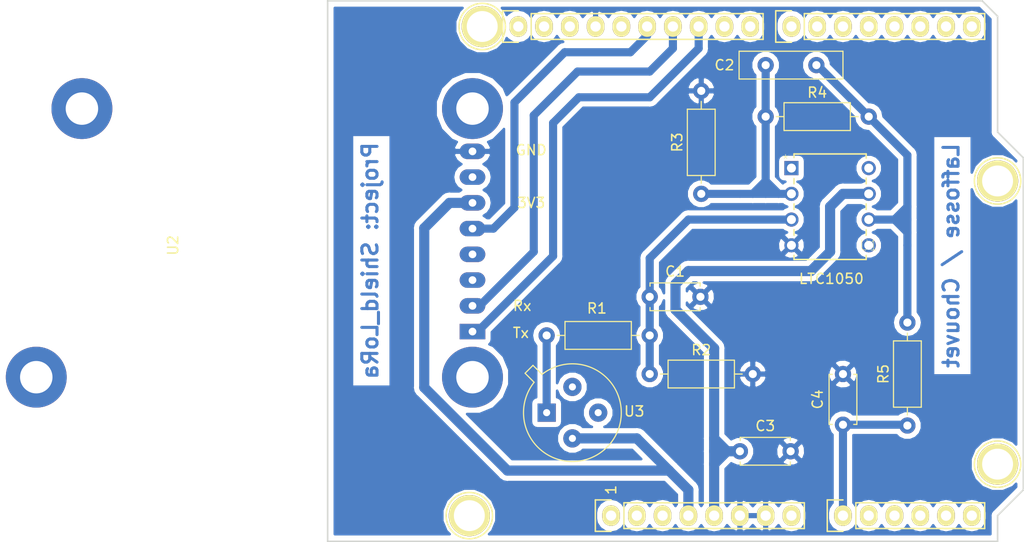
<source format=kicad_pcb>
(kicad_pcb (version 20171130) (host pcbnew "(5.0.0)")

  (general
    (thickness 1.6)
    (drawings 29)
    (tracks 76)
    (zones 0)
    (modules 20)
    (nets 45)
  )

  (page A4)
  (title_block
    (date "lun. 30 mars 2015")
  )

  (layers
    (0 F.Cu signal)
    (31 B.Cu signal)
    (32 B.Adhes user)
    (33 F.Adhes user)
    (34 B.Paste user)
    (35 F.Paste user)
    (36 B.SilkS user)
    (37 F.SilkS user)
    (38 B.Mask user)
    (39 F.Mask user)
    (40 Dwgs.User user)
    (41 Cmts.User user)
    (42 Eco1.User user)
    (43 Eco2.User user)
    (44 Edge.Cuts user)
    (45 Margin user)
    (46 B.CrtYd user)
    (47 F.CrtYd user)
    (48 B.Fab user)
    (49 F.Fab user)
  )

  (setup
    (last_trace_width 0.8)
    (trace_clearance 0.4)
    (zone_clearance 0.508)
    (zone_45_only no)
    (trace_min 0.2)
    (segment_width 0.15)
    (edge_width 0.15)
    (via_size 1.6)
    (via_drill 0.8)
    (via_min_size 0.4)
    (via_min_drill 0.3)
    (uvia_size 0.3)
    (uvia_drill 0.1)
    (uvias_allowed no)
    (uvia_min_size 0.2)
    (uvia_min_drill 0.1)
    (pcb_text_width 0.3)
    (pcb_text_size 1.5 1.5)
    (mod_edge_width 0.15)
    (mod_text_size 1 1)
    (mod_text_width 0.15)
    (pad_size 4.064 4.064)
    (pad_drill 3.048)
    (pad_to_mask_clearance 0)
    (aux_axis_origin 110.998 126.365)
    (grid_origin 110.998 126.365)
    (visible_elements 7FFFFFFF)
    (pcbplotparams
      (layerselection 0x00030_80000001)
      (usegerberextensions false)
      (usegerberattributes false)
      (usegerberadvancedattributes false)
      (creategerberjobfile false)
      (excludeedgelayer true)
      (linewidth 0.100000)
      (plotframeref false)
      (viasonmask false)
      (mode 1)
      (useauxorigin false)
      (hpglpennumber 1)
      (hpglpenspeed 20)
      (hpglpendiameter 15.000000)
      (psnegative false)
      (psa4output false)
      (plotreference true)
      (plotvalue true)
      (plotinvisibletext false)
      (padsonsilk false)
      (subtractmaskfromsilk false)
      (outputformat 1)
      (mirror false)
      (drillshape 1)
      (scaleselection 1)
      (outputdirectory ""))
  )

  (net 0 "")
  (net 1 /IOREF)
  (net 2 /Vin)
  (net 3 /A1)
  (net 4 /A2)
  (net 5 /A3)
  (net 6 /AREF)
  (net 7 "/A4(SDA)")
  (net 8 "/A5(SCL)")
  (net 9 "/9(**)")
  (net 10 /8)
  (net 11 /7)
  (net 12 "/6(**)")
  (net 13 "/5(**)")
  (net 14 /4)
  (net 15 "/3(**)")
  (net 16 /2)
  (net 17 "/1(Tx)")
  (net 18 "/0(Rx)")
  (net 19 "Net-(P5-Pad1)")
  (net 20 "Net-(P6-Pad1)")
  (net 21 "Net-(P7-Pad1)")
  (net 22 "Net-(P8-Pad1)")
  (net 23 "/13(SCK)")
  (net 24 "/10(**/SS)")
  (net 25 "Net-(P1-Pad1)")
  (net 26 +3V3)
  (net 27 "/12(MISO)")
  (net 28 "/11(**/MOSI)")
  (net 29 "Net-(R1-Pad2)")
  (net 30 "Net-(U1-Pad1)")
  (net 31 "Net-(U1-Pad5)")
  (net 32 "Net-(U1-Pad8)")
  (net 33 "Net-(U2-Pad3)")
  (net 34 "Net-(U2-Pad4)")
  (net 35 "Net-(U2-Pad7)")
  (net 36 GND)
  (net 37 /A0)
  (net 38 +5V)
  (net 39 "Net-(P1-Pad3)")
  (net 40 "Net-(C1-Pad1)")
  (net 41 "Net-(C2-Pad1)")
  (net 42 "Net-(C2-Pad2)")
  (net 43 "Net-(U3-Pad4)")
  (net 44 "Net-(U3-Pad3)")

  (net_class Default "This is the default net class."
    (clearance 0.4)
    (trace_width 0.8)
    (via_dia 1.6)
    (via_drill 0.8)
    (uvia_dia 0.3)
    (uvia_drill 0.1)
    (add_net "/0(Rx)")
    (add_net "/1(Tx)")
    (add_net "/10(**/SS)")
    (add_net "/11(**/MOSI)")
    (add_net "/12(MISO)")
    (add_net "/13(SCK)")
    (add_net /2)
    (add_net "/3(**)")
    (add_net /4)
    (add_net "/5(**)")
    (add_net "/6(**)")
    (add_net /7)
    (add_net /8)
    (add_net "/9(**)")
    (add_net /A0)
    (add_net /A1)
    (add_net /A2)
    (add_net /A3)
    (add_net "/A4(SDA)")
    (add_net "/A5(SCL)")
    (add_net /AREF)
    (add_net /IOREF)
    (add_net "Net-(C1-Pad1)")
    (add_net "Net-(C2-Pad1)")
    (add_net "Net-(C2-Pad2)")
    (add_net "Net-(P1-Pad1)")
    (add_net "Net-(P1-Pad3)")
    (add_net "Net-(P5-Pad1)")
    (add_net "Net-(P6-Pad1)")
    (add_net "Net-(P7-Pad1)")
    (add_net "Net-(P8-Pad1)")
    (add_net "Net-(R1-Pad2)")
    (add_net "Net-(U1-Pad1)")
    (add_net "Net-(U1-Pad5)")
    (add_net "Net-(U1-Pad8)")
    (add_net "Net-(U2-Pad3)")
    (add_net "Net-(U2-Pad4)")
    (add_net "Net-(U2-Pad7)")
    (add_net "Net-(U3-Pad3)")
    (add_net "Net-(U3-Pad4)")
  )

  (net_class POWER ""
    (clearance 0.4)
    (trace_width 1)
    (via_dia 1.6)
    (via_drill 0.8)
    (uvia_dia 0.3)
    (uvia_drill 0.1)
    (add_net +3V3)
    (add_net +5V)
    (add_net /Vin)
    (add_net GND)
  )

  (module Socket_Arduino_Uno:Socket_Strip_Arduino_1x08 locked (layer F.Cu) (tedit 5BF842A7) (tstamp 551AF9EA)
    (at 138.938 123.825)
    (descr "Through hole socket strip")
    (tags "socket strip")
    (path /56D70129)
    (fp_text reference Rx (at -8.763 -20.701) (layer F.SilkS)
      (effects (font (size 1 1) (thickness 0.15)))
    )
    (fp_text value Power (at 8.89 -4.064) (layer F.Fab)
      (effects (font (size 1 1) (thickness 0.15)))
    )
    (fp_line (start -1.75 -1.75) (end -1.75 1.75) (layer F.CrtYd) (width 0.05))
    (fp_line (start 19.55 -1.75) (end 19.55 1.75) (layer F.CrtYd) (width 0.05))
    (fp_line (start -1.75 -1.75) (end 19.55 -1.75) (layer F.CrtYd) (width 0.05))
    (fp_line (start -1.75 1.75) (end 19.55 1.75) (layer F.CrtYd) (width 0.05))
    (fp_line (start 1.27 1.27) (end 19.05 1.27) (layer F.SilkS) (width 0.15))
    (fp_line (start 19.05 1.27) (end 19.05 -1.27) (layer F.SilkS) (width 0.15))
    (fp_line (start 19.05 -1.27) (end 1.27 -1.27) (layer F.SilkS) (width 0.15))
    (fp_line (start -1.55 1.55) (end 0 1.55) (layer F.SilkS) (width 0.15))
    (fp_line (start 1.27 1.27) (end 1.27 -1.27) (layer F.SilkS) (width 0.15))
    (fp_line (start 0 -1.55) (end -1.55 -1.55) (layer F.SilkS) (width 0.15))
    (fp_line (start -1.55 -1.55) (end -1.55 1.55) (layer F.SilkS) (width 0.15))
    (pad 1 thru_hole oval (at 0 0) (size 1.7272 2.032) (drill 1.016) (layers *.Cu *.Mask F.SilkS)
      (net 25 "Net-(P1-Pad1)"))
    (pad 2 thru_hole oval (at 2.54 0) (size 1.7272 2.032) (drill 1.016) (layers *.Cu *.Mask F.SilkS)
      (net 1 /IOREF))
    (pad 3 thru_hole oval (at 5.08 0) (size 1.7272 2.032) (drill 1.016) (layers *.Cu *.Mask F.SilkS)
      (net 39 "Net-(P1-Pad3)"))
    (pad 4 thru_hole oval (at 7.62 0) (size 1.7272 2.032) (drill 1.016) (layers *.Cu *.Mask F.SilkS)
      (net 26 +3V3))
    (pad 5 thru_hole oval (at 10.16 0) (size 1.7272 2.032) (drill 1.016) (layers *.Cu *.Mask F.SilkS)
      (net 38 +5V))
    (pad 6 thru_hole oval (at 12.7 0) (size 1.7272 2.032) (drill 1.016) (layers *.Cu *.Mask F.SilkS)
      (net 36 GND))
    (pad 7 thru_hole oval (at 15.24 0) (size 1.7272 2.032) (drill 1.016) (layers *.Cu *.Mask F.SilkS)
      (net 36 GND))
    (pad 8 thru_hole oval (at 17.78 0) (size 1.7272 2.032) (drill 1.016) (layers *.Cu *.Mask F.SilkS)
      (net 2 /Vin))
    (model ${KIPRJMOD}/Socket_Arduino_Uno.3dshapes/Socket_header_Arduino_1x08.wrl
      (offset (xyz 8.889999866485596 0 0))
      (scale (xyz 1 1 1))
      (rotate (xyz 0 0 180))
    )
  )

  (module Socket_Arduino_Uno:Socket_Strip_Arduino_1x06 locked (layer F.Cu) (tedit 5BF842D2) (tstamp 551AF9FF)
    (at 161.798 123.825)
    (descr "Through hole socket strip")
    (tags "socket strip")
    (path /56D70DD8)
    (fp_text reference 3V3 (at -30.734 -30.861) (layer F.SilkS)
      (effects (font (size 1 1) (thickness 0.15)))
    )
    (fp_text value Analog (at 6.604 -4.064) (layer F.Fab)
      (effects (font (size 1 1) (thickness 0.15)))
    )
    (fp_line (start -1.75 -1.75) (end -1.75 1.75) (layer F.CrtYd) (width 0.05))
    (fp_line (start 14.45 -1.75) (end 14.45 1.75) (layer F.CrtYd) (width 0.05))
    (fp_line (start -1.75 -1.75) (end 14.45 -1.75) (layer F.CrtYd) (width 0.05))
    (fp_line (start -1.75 1.75) (end 14.45 1.75) (layer F.CrtYd) (width 0.05))
    (fp_line (start 1.27 1.27) (end 13.97 1.27) (layer F.SilkS) (width 0.15))
    (fp_line (start 13.97 1.27) (end 13.97 -1.27) (layer F.SilkS) (width 0.15))
    (fp_line (start 13.97 -1.27) (end 1.27 -1.27) (layer F.SilkS) (width 0.15))
    (fp_line (start -1.55 1.55) (end 0 1.55) (layer F.SilkS) (width 0.15))
    (fp_line (start 1.27 1.27) (end 1.27 -1.27) (layer F.SilkS) (width 0.15))
    (fp_line (start 0 -1.55) (end -1.55 -1.55) (layer F.SilkS) (width 0.15))
    (fp_line (start -1.55 -1.55) (end -1.55 1.55) (layer F.SilkS) (width 0.15))
    (pad 1 thru_hole oval (at 0 0) (size 1.7272 2.032) (drill 1.016) (layers *.Cu *.Mask F.SilkS)
      (net 37 /A0))
    (pad 2 thru_hole oval (at 2.54 0) (size 1.7272 2.032) (drill 1.016) (layers *.Cu *.Mask F.SilkS)
      (net 3 /A1))
    (pad 3 thru_hole oval (at 5.08 0) (size 1.7272 2.032) (drill 1.016) (layers *.Cu *.Mask F.SilkS)
      (net 4 /A2))
    (pad 4 thru_hole oval (at 7.62 0) (size 1.7272 2.032) (drill 1.016) (layers *.Cu *.Mask F.SilkS)
      (net 5 /A3))
    (pad 5 thru_hole oval (at 10.16 0) (size 1.7272 2.032) (drill 1.016) (layers *.Cu *.Mask F.SilkS)
      (net 7 "/A4(SDA)"))
    (pad 6 thru_hole oval (at 12.7 0) (size 1.7272 2.032) (drill 1.016) (layers *.Cu *.Mask F.SilkS)
      (net 8 "/A5(SCL)"))
    (model ${KIPRJMOD}/Socket_Arduino_Uno.3dshapes/Socket_header_Arduino_1x06.wrl
      (offset (xyz 6.349999904632568 0 0))
      (scale (xyz 1 1 1))
      (rotate (xyz 0 0 180))
    )
  )

  (module Socket_Arduino_Uno:Socket_Strip_Arduino_1x10 locked (layer F.Cu) (tedit 5BF84290) (tstamp 551AFA18)
    (at 129.794 75.565)
    (descr "Through hole socket strip")
    (tags "socket strip")
    (path /56D721E0)
    (fp_text reference Tx (at 0.254 30.226) (layer F.SilkS)
      (effects (font (size 1 1) (thickness 0.15)))
    )
    (fp_text value Digital (at 11.43 4.318) (layer F.Fab)
      (effects (font (size 1 1) (thickness 0.15)))
    )
    (fp_line (start -1.75 -1.75) (end -1.75 1.75) (layer F.CrtYd) (width 0.05))
    (fp_line (start 24.65 -1.75) (end 24.65 1.75) (layer F.CrtYd) (width 0.05))
    (fp_line (start -1.75 -1.75) (end 24.65 -1.75) (layer F.CrtYd) (width 0.05))
    (fp_line (start -1.75 1.75) (end 24.65 1.75) (layer F.CrtYd) (width 0.05))
    (fp_line (start 1.27 1.27) (end 24.13 1.27) (layer F.SilkS) (width 0.15))
    (fp_line (start 24.13 1.27) (end 24.13 -1.27) (layer F.SilkS) (width 0.15))
    (fp_line (start 24.13 -1.27) (end 1.27 -1.27) (layer F.SilkS) (width 0.15))
    (fp_line (start -1.55 1.55) (end 0 1.55) (layer F.SilkS) (width 0.15))
    (fp_line (start 1.27 1.27) (end 1.27 -1.27) (layer F.SilkS) (width 0.15))
    (fp_line (start 0 -1.55) (end -1.55 -1.55) (layer F.SilkS) (width 0.15))
    (fp_line (start -1.55 -1.55) (end -1.55 1.55) (layer F.SilkS) (width 0.15))
    (pad 1 thru_hole oval (at 0 0) (size 1.7272 2.032) (drill 1.016) (layers *.Cu *.Mask F.SilkS)
      (net 8 "/A5(SCL)"))
    (pad 2 thru_hole oval (at 2.54 0) (size 1.7272 2.032) (drill 1.016) (layers *.Cu *.Mask F.SilkS)
      (net 7 "/A4(SDA)"))
    (pad 3 thru_hole oval (at 5.08 0) (size 1.7272 2.032) (drill 1.016) (layers *.Cu *.Mask F.SilkS)
      (net 6 /AREF))
    (pad 4 thru_hole oval (at 7.62 0) (size 1.7272 2.032) (drill 1.016) (layers *.Cu *.Mask F.SilkS)
      (net 36 GND))
    (pad 5 thru_hole oval (at 10.16 0) (size 1.7272 2.032) (drill 1.016) (layers *.Cu *.Mask F.SilkS)
      (net 23 "/13(SCK)"))
    (pad 6 thru_hole oval (at 12.7 0) (size 1.7272 2.032) (drill 1.016) (layers *.Cu *.Mask F.SilkS)
      (net 27 "/12(MISO)"))
    (pad 7 thru_hole oval (at 15.24 0) (size 1.7272 2.032) (drill 1.016) (layers *.Cu *.Mask F.SilkS)
      (net 28 "/11(**/MOSI)"))
    (pad 8 thru_hole oval (at 17.78 0) (size 1.7272 2.032) (drill 1.016) (layers *.Cu *.Mask F.SilkS)
      (net 24 "/10(**/SS)"))
    (pad 9 thru_hole oval (at 20.32 0) (size 1.7272 2.032) (drill 1.016) (layers *.Cu *.Mask F.SilkS)
      (net 9 "/9(**)"))
    (pad 10 thru_hole oval (at 22.86 0) (size 1.7272 2.032) (drill 1.016) (layers *.Cu *.Mask F.SilkS)
      (net 10 /8))
    (model ${KIPRJMOD}/Socket_Arduino_Uno.3dshapes/Socket_header_Arduino_1x10.wrl
      (offset (xyz 11.42999982833862 0 0))
      (scale (xyz 1 1 1))
      (rotate (xyz 0 0 180))
    )
  )

  (module Socket_Arduino_Uno:Socket_Strip_Arduino_1x08 locked (layer F.Cu) (tedit 5BF84275) (tstamp 551AFA2F)
    (at 156.718 75.565)
    (descr "Through hole socket strip")
    (tags "socket strip")
    (path /56D7164F)
    (fp_text reference GND (at -25.654 12.192) (layer F.SilkS)
      (effects (font (size 1 1) (thickness 0.15)))
    )
    (fp_text value Digital (at 8.89 4.318) (layer F.Fab)
      (effects (font (size 1 1) (thickness 0.15)))
    )
    (fp_line (start -1.75 -1.75) (end -1.75 1.75) (layer F.CrtYd) (width 0.05))
    (fp_line (start 19.55 -1.75) (end 19.55 1.75) (layer F.CrtYd) (width 0.05))
    (fp_line (start -1.75 -1.75) (end 19.55 -1.75) (layer F.CrtYd) (width 0.05))
    (fp_line (start -1.75 1.75) (end 19.55 1.75) (layer F.CrtYd) (width 0.05))
    (fp_line (start 1.27 1.27) (end 19.05 1.27) (layer F.SilkS) (width 0.15))
    (fp_line (start 19.05 1.27) (end 19.05 -1.27) (layer F.SilkS) (width 0.15))
    (fp_line (start 19.05 -1.27) (end 1.27 -1.27) (layer F.SilkS) (width 0.15))
    (fp_line (start -1.55 1.55) (end 0 1.55) (layer F.SilkS) (width 0.15))
    (fp_line (start 1.27 1.27) (end 1.27 -1.27) (layer F.SilkS) (width 0.15))
    (fp_line (start 0 -1.55) (end -1.55 -1.55) (layer F.SilkS) (width 0.15))
    (fp_line (start -1.55 -1.55) (end -1.55 1.55) (layer F.SilkS) (width 0.15))
    (pad 1 thru_hole oval (at 0 0) (size 1.7272 2.032) (drill 1.016) (layers *.Cu *.Mask F.SilkS)
      (net 11 /7))
    (pad 2 thru_hole oval (at 2.54 0) (size 1.7272 2.032) (drill 1.016) (layers *.Cu *.Mask F.SilkS)
      (net 12 "/6(**)"))
    (pad 3 thru_hole oval (at 5.08 0) (size 1.7272 2.032) (drill 1.016) (layers *.Cu *.Mask F.SilkS)
      (net 13 "/5(**)"))
    (pad 4 thru_hole oval (at 7.62 0) (size 1.7272 2.032) (drill 1.016) (layers *.Cu *.Mask F.SilkS)
      (net 14 /4))
    (pad 5 thru_hole oval (at 10.16 0) (size 1.7272 2.032) (drill 1.016) (layers *.Cu *.Mask F.SilkS)
      (net 15 "/3(**)"))
    (pad 6 thru_hole oval (at 12.7 0) (size 1.7272 2.032) (drill 1.016) (layers *.Cu *.Mask F.SilkS)
      (net 16 /2))
    (pad 7 thru_hole oval (at 15.24 0) (size 1.7272 2.032) (drill 1.016) (layers *.Cu *.Mask F.SilkS)
      (net 17 "/1(Tx)"))
    (pad 8 thru_hole oval (at 17.78 0) (size 1.7272 2.032) (drill 1.016) (layers *.Cu *.Mask F.SilkS)
      (net 18 "/0(Rx)"))
    (model ${KIPRJMOD}/Socket_Arduino_Uno.3dshapes/Socket_header_Arduino_1x08.wrl
      (offset (xyz 8.889999866485596 0 0))
      (scale (xyz 1 1 1))
      (rotate (xyz 0 0 180))
    )
  )

  (module Socket_Arduino_Uno:Arduino_1pin locked (layer F.Cu) (tedit 5524FC39) (tstamp 5524FC3F)
    (at 124.968 123.825)
    (descr "module 1 pin (ou trou mecanique de percage)")
    (tags DEV)
    (path /56D71177)
    (fp_text reference P5 (at 0 -3.048) (layer F.SilkS) hide
      (effects (font (size 1 1) (thickness 0.15)))
    )
    (fp_text value CONN_01X01 (at 0 2.794) (layer F.Fab) hide
      (effects (font (size 1 1) (thickness 0.15)))
    )
    (fp_circle (center 0 0) (end 0 -2.286) (layer F.SilkS) (width 0.15))
    (pad 1 thru_hole circle (at 0 0) (size 4.064 4.064) (drill 3.048) (layers *.Cu *.Mask F.SilkS)
      (net 19 "Net-(P5-Pad1)"))
  )

  (module Socket_Arduino_Uno:Arduino_1pin locked (layer F.Cu) (tedit 5524FC4A) (tstamp 5524FC44)
    (at 177.038 118.745)
    (descr "module 1 pin (ou trou mecanique de percage)")
    (tags DEV)
    (path /56D71274)
    (fp_text reference P6 (at 0 -3.048) (layer F.SilkS) hide
      (effects (font (size 1 1) (thickness 0.15)))
    )
    (fp_text value CONN_01X01 (at 0 2.794) (layer F.Fab) hide
      (effects (font (size 1 1) (thickness 0.15)))
    )
    (fp_circle (center 0 0) (end 0 -2.286) (layer F.SilkS) (width 0.15))
    (pad 1 thru_hole circle (at 0 0) (size 4.064 4.064) (drill 3.048) (layers *.Cu *.Mask F.SilkS)
      (net 20 "Net-(P6-Pad1)"))
  )

  (module Socket_Arduino_Uno:Arduino_1pin locked (layer F.Cu) (tedit 5524FC2F) (tstamp 5524FC49)
    (at 126.238 75.565)
    (descr "module 1 pin (ou trou mecanique de percage)")
    (tags DEV)
    (path /56D712A8)
    (fp_text reference P7 (at 0 -3.048) (layer F.SilkS) hide
      (effects (font (size 1 1) (thickness 0.15)))
    )
    (fp_text value CONN_01X01 (at 0 2.794) (layer F.Fab) hide
      (effects (font (size 1 1) (thickness 0.15)))
    )
    (fp_circle (center 0 0) (end 0 -2.286) (layer F.SilkS) (width 0.15))
    (pad 1 thru_hole circle (at 0 0) (size 4.064 4.064) (drill 3.048) (layers *.Cu *.Mask F.SilkS)
      (net 21 "Net-(P7-Pad1)"))
  )

  (module Socket_Arduino_Uno:Arduino_1pin locked (layer F.Cu) (tedit 5524FC41) (tstamp 5524FC4E)
    (at 177.038 90.805)
    (descr "module 1 pin (ou trou mecanique de percage)")
    (tags DEV)
    (path /56D712DB)
    (fp_text reference P8 (at 0 -3.048) (layer F.SilkS) hide
      (effects (font (size 1 1) (thickness 0.15)))
    )
    (fp_text value CONN_01X01 (at 0 2.794) (layer F.Fab) hide
      (effects (font (size 1 1) (thickness 0.15)))
    )
    (fp_circle (center 0 0) (end 0 -2.286) (layer F.SilkS) (width 0.15))
    (pad 1 thru_hole circle (at 0 0) (size 4.064 4.064) (drill 3.048) (layers *.Cu *.Mask F.SilkS)
      (net 22 "Net-(P8-Pad1)"))
  )

  (module Mes_empreintes:shield_RN2483 (layer F.Cu) (tedit 5BD1DC7F) (tstamp 5BD9BB4E)
    (at 103.378 95.885 90)
    (path /5BD9DA67)
    (fp_text reference U2 (at -1.27 -7.62 90) (layer F.SilkS)
      (effects (font (size 1 1) (thickness 0.15)))
    )
    (fp_text value shield_RN2483 (at -1.27 -8.89 90) (layer F.Fab)
      (effects (font (size 1 1) (thickness 0.15)))
    )
    (fp_line (start -17.78 25.4) (end 16.22 25.4) (layer F.CrtYd) (width 0.15))
    (fp_line (start 16.22 25.4) (end 16.22 -24.6) (layer F.CrtYd) (width 0.15))
    (fp_line (start 16.22 -24.6) (end -17.78 -24.6) (layer F.CrtYd) (width 0.15))
    (fp_line (start -17.78 -24.6) (end -17.78 25.4) (layer F.CrtYd) (width 0.15))
    (pad 1 thru_hole rect (at -9.78 21.9 90) (size 1.524 2.524) (drill 0.762) (layers *.Cu *.Mask)
      (net 24 "/10(**/SS)"))
    (pad 2 thru_hole oval (at -7.24 21.9 90) (size 1.524 2.524) (drill 0.762) (layers *.Cu *.Mask)
      (net 28 "/11(**/MOSI)"))
    (pad 3 thru_hole oval (at -4.7 21.9 90) (size 1.524 2.524) (drill 0.762) (layers *.Cu *.Mask)
      (net 33 "Net-(U2-Pad3)"))
    (pad 4 thru_hole oval (at -2.16 21.9 90) (size 1.524 2.524) (drill 0.762) (layers *.Cu *.Mask)
      (net 34 "Net-(U2-Pad4)"))
    (pad 5 thru_hole oval (at 0.38 21.9 90) (size 1.524 2.524) (drill 0.762) (layers *.Cu *.Mask)
      (net 27 "/12(MISO)"))
    (pad 6 thru_hole oval (at 2.92 21.9 90) (size 1.524 2.524) (drill 0.762) (layers *.Cu *.Mask)
      (net 26 +3V3))
    (pad 7 thru_hole oval (at 5.46 21.9 90) (size 1.524 2.524) (drill 0.762) (layers *.Cu *.Mask)
      (net 35 "Net-(U2-Pad7)"))
    (pad 8 thru_hole oval (at 8 21.9 90) (size 1.524 2.524) (drill 0.762) (layers *.Cu *.Mask)
      (net 36 GND))
    (pad "" np_thru_hole circle (at -14.28 21.9 90) (size 6 6) (drill 3.2) (layers *.Cu *.Mask))
    (pad "" np_thru_hole circle (at 12.22 21.9 90) (size 6 6) (drill 3.2) (layers *.Cu *.Mask))
    (pad "" np_thru_hole circle (at -14.28 -21.1 90) (size 6 6) (drill 3.2) (layers *.Cu *.Mask))
    (pad "" np_thru_hole circle (at 12.22 -16.6 90) (size 6 6) (drill 3.2) (layers *.Cu *.Mask))
  )

  (module Capacitor_THT:C_Disc_D4.7mm_W2.5mm_P5.00mm (layer F.Cu) (tedit 5AE50EF0) (tstamp 5C2705C0)
    (at 142.748 102.235)
    (descr "C, Disc series, Radial, pin pitch=5.00mm, , diameter*width=4.7*2.5mm^2, Capacitor, http://www.vishay.com/docs/45233/krseries.pdf")
    (tags "C Disc series Radial pin pitch 5.00mm  diameter 4.7mm width 2.5mm Capacitor")
    (path /5BE9C6F5)
    (fp_text reference C1 (at 2.5 -2.5) (layer F.SilkS)
      (effects (font (size 1 1) (thickness 0.15)))
    )
    (fp_text value 100n (at 2.5 2.5) (layer F.Fab)
      (effects (font (size 1 1) (thickness 0.15)))
    )
    (fp_line (start 0.15 -1.25) (end 0.15 1.25) (layer F.Fab) (width 0.1))
    (fp_line (start 0.15 1.25) (end 4.85 1.25) (layer F.Fab) (width 0.1))
    (fp_line (start 4.85 1.25) (end 4.85 -1.25) (layer F.Fab) (width 0.1))
    (fp_line (start 4.85 -1.25) (end 0.15 -1.25) (layer F.Fab) (width 0.1))
    (fp_line (start 0.03 -1.37) (end 4.97 -1.37) (layer F.SilkS) (width 0.12))
    (fp_line (start 0.03 1.37) (end 4.97 1.37) (layer F.SilkS) (width 0.12))
    (fp_line (start 0.03 -1.37) (end 0.03 -1.055) (layer F.SilkS) (width 0.12))
    (fp_line (start 0.03 1.055) (end 0.03 1.37) (layer F.SilkS) (width 0.12))
    (fp_line (start 4.97 -1.37) (end 4.97 -1.055) (layer F.SilkS) (width 0.12))
    (fp_line (start 4.97 1.055) (end 4.97 1.37) (layer F.SilkS) (width 0.12))
    (fp_line (start -1.05 -1.5) (end -1.05 1.5) (layer F.CrtYd) (width 0.05))
    (fp_line (start -1.05 1.5) (end 6.05 1.5) (layer F.CrtYd) (width 0.05))
    (fp_line (start 6.05 1.5) (end 6.05 -1.5) (layer F.CrtYd) (width 0.05))
    (fp_line (start 6.05 -1.5) (end -1.05 -1.5) (layer F.CrtYd) (width 0.05))
    (fp_text user %R (at 2.5 0) (layer F.Fab)
      (effects (font (size 0.94 0.94) (thickness 0.141)))
    )
    (pad 1 thru_hole circle (at 0 0) (size 1.6 1.6) (drill 0.8) (layers *.Cu *.Mask)
      (net 40 "Net-(C1-Pad1)"))
    (pad 2 thru_hole circle (at 5 0) (size 1.6 1.6) (drill 0.8) (layers *.Cu *.Mask)
      (net 36 GND))
    (model ${KISYS3DMOD}/Capacitor_THT.3dshapes/C_Disc_D4.7mm_W2.5mm_P5.00mm.wrl
      (at (xyz 0 0 0))
      (scale (xyz 1 1 1))
      (rotate (xyz 0 0 0))
    )
  )

  (module Capacitor_THT:C_Disc_D10.0mm_W2.5mm_P5.00mm (layer F.Cu) (tedit 5AE50EF0) (tstamp 5C2705D3)
    (at 154.178 79.375)
    (descr "C, Disc series, Radial, pin pitch=5.00mm, , diameter*width=10*2.5mm^2, Capacitor, http://cdn-reichelt.de/documents/datenblatt/B300/DS_KERKO_TC.pdf")
    (tags "C Disc series Radial pin pitch 5.00mm  diameter 10mm width 2.5mm Capacitor")
    (path /5BE9C493)
    (fp_text reference C2 (at -4.064 0) (layer F.SilkS)
      (effects (font (size 1 1) (thickness 0.15)))
    )
    (fp_text value 1µ (at 2.5 2.5) (layer F.Fab)
      (effects (font (size 1 1) (thickness 0.15)))
    )
    (fp_line (start -2.5 -1.25) (end -2.5 1.25) (layer F.Fab) (width 0.1))
    (fp_line (start -2.5 1.25) (end 7.5 1.25) (layer F.Fab) (width 0.1))
    (fp_line (start 7.5 1.25) (end 7.5 -1.25) (layer F.Fab) (width 0.1))
    (fp_line (start 7.5 -1.25) (end -2.5 -1.25) (layer F.Fab) (width 0.1))
    (fp_line (start -2.62 -1.37) (end 7.62 -1.37) (layer F.SilkS) (width 0.12))
    (fp_line (start -2.62 1.37) (end 7.62 1.37) (layer F.SilkS) (width 0.12))
    (fp_line (start -2.62 -1.37) (end -2.62 1.37) (layer F.SilkS) (width 0.12))
    (fp_line (start 7.62 -1.37) (end 7.62 1.37) (layer F.SilkS) (width 0.12))
    (fp_line (start -2.75 -1.5) (end -2.75 1.5) (layer F.CrtYd) (width 0.05))
    (fp_line (start -2.75 1.5) (end 7.75 1.5) (layer F.CrtYd) (width 0.05))
    (fp_line (start 7.75 1.5) (end 7.75 -1.5) (layer F.CrtYd) (width 0.05))
    (fp_line (start 7.75 -1.5) (end -2.75 -1.5) (layer F.CrtYd) (width 0.05))
    (fp_text user %R (at 2.5 0) (layer F.Fab)
      (effects (font (size 1 1) (thickness 0.15)))
    )
    (pad 1 thru_hole circle (at 0 0) (size 1.6 1.6) (drill 0.8) (layers *.Cu *.Mask)
      (net 41 "Net-(C2-Pad1)"))
    (pad 2 thru_hole circle (at 5 0) (size 1.6 1.6) (drill 0.8) (layers *.Cu *.Mask)
      (net 42 "Net-(C2-Pad2)"))
    (model ${KISYS3DMOD}/Capacitor_THT.3dshapes/C_Disc_D10.0mm_W2.5mm_P5.00mm.wrl
      (at (xyz 0 0 0))
      (scale (xyz 1 1 1))
      (rotate (xyz 0 0 0))
    )
  )

  (module Capacitor_THT:C_Disc_D4.7mm_W2.5mm_P5.00mm (layer F.Cu) (tedit 5AE50EF0) (tstamp 5C2705E8)
    (at 151.638 117.475)
    (descr "C, Disc series, Radial, pin pitch=5.00mm, , diameter*width=4.7*2.5mm^2, Capacitor, http://www.vishay.com/docs/45233/krseries.pdf")
    (tags "C Disc series Radial pin pitch 5.00mm  diameter 4.7mm width 2.5mm Capacitor")
    (path /5BE9C380)
    (fp_text reference C3 (at 2.5 -2.5) (layer F.SilkS)
      (effects (font (size 1 1) (thickness 0.15)))
    )
    (fp_text value 100n (at 2.5 2.5) (layer F.Fab)
      (effects (font (size 1 1) (thickness 0.15)))
    )
    (fp_line (start 0.15 -1.25) (end 0.15 1.25) (layer F.Fab) (width 0.1))
    (fp_line (start 0.15 1.25) (end 4.85 1.25) (layer F.Fab) (width 0.1))
    (fp_line (start 4.85 1.25) (end 4.85 -1.25) (layer F.Fab) (width 0.1))
    (fp_line (start 4.85 -1.25) (end 0.15 -1.25) (layer F.Fab) (width 0.1))
    (fp_line (start 0.03 -1.37) (end 4.97 -1.37) (layer F.SilkS) (width 0.12))
    (fp_line (start 0.03 1.37) (end 4.97 1.37) (layer F.SilkS) (width 0.12))
    (fp_line (start 0.03 -1.37) (end 0.03 -1.055) (layer F.SilkS) (width 0.12))
    (fp_line (start 0.03 1.055) (end 0.03 1.37) (layer F.SilkS) (width 0.12))
    (fp_line (start 4.97 -1.37) (end 4.97 -1.055) (layer F.SilkS) (width 0.12))
    (fp_line (start 4.97 1.055) (end 4.97 1.37) (layer F.SilkS) (width 0.12))
    (fp_line (start -1.05 -1.5) (end -1.05 1.5) (layer F.CrtYd) (width 0.05))
    (fp_line (start -1.05 1.5) (end 6.05 1.5) (layer F.CrtYd) (width 0.05))
    (fp_line (start 6.05 1.5) (end 6.05 -1.5) (layer F.CrtYd) (width 0.05))
    (fp_line (start 6.05 -1.5) (end -1.05 -1.5) (layer F.CrtYd) (width 0.05))
    (fp_text user %R (at 2.5 0) (layer F.Fab)
      (effects (font (size 0.94 0.94) (thickness 0.141)))
    )
    (pad 1 thru_hole circle (at 0 0) (size 1.6 1.6) (drill 0.8) (layers *.Cu *.Mask)
      (net 38 +5V))
    (pad 2 thru_hole circle (at 5 0) (size 1.6 1.6) (drill 0.8) (layers *.Cu *.Mask)
      (net 36 GND))
    (model ${KISYS3DMOD}/Capacitor_THT.3dshapes/C_Disc_D4.7mm_W2.5mm_P5.00mm.wrl
      (at (xyz 0 0 0))
      (scale (xyz 1 1 1))
      (rotate (xyz 0 0 0))
    )
  )

  (module Capacitor_THT:C_Disc_D4.7mm_W2.5mm_P5.00mm (layer F.Cu) (tedit 5AE50EF0) (tstamp 5C2705FD)
    (at 161.798 114.855 90)
    (descr "C, Disc series, Radial, pin pitch=5.00mm, , diameter*width=4.7*2.5mm^2, Capacitor, http://www.vishay.com/docs/45233/krseries.pdf")
    (tags "C Disc series Radial pin pitch 5.00mm  diameter 4.7mm width 2.5mm Capacitor")
    (path /5BE9C6AF)
    (fp_text reference C4 (at 2.5 -2.5 90) (layer F.SilkS)
      (effects (font (size 1 1) (thickness 0.15)))
    )
    (fp_text value 100n (at 2.5 2.5 90) (layer F.Fab)
      (effects (font (size 1 1) (thickness 0.15)))
    )
    (fp_text user %R (at 2.5 0 90) (layer F.Fab)
      (effects (font (size 0.94 0.94) (thickness 0.141)))
    )
    (fp_line (start 6.05 -1.5) (end -1.05 -1.5) (layer F.CrtYd) (width 0.05))
    (fp_line (start 6.05 1.5) (end 6.05 -1.5) (layer F.CrtYd) (width 0.05))
    (fp_line (start -1.05 1.5) (end 6.05 1.5) (layer F.CrtYd) (width 0.05))
    (fp_line (start -1.05 -1.5) (end -1.05 1.5) (layer F.CrtYd) (width 0.05))
    (fp_line (start 4.97 1.055) (end 4.97 1.37) (layer F.SilkS) (width 0.12))
    (fp_line (start 4.97 -1.37) (end 4.97 -1.055) (layer F.SilkS) (width 0.12))
    (fp_line (start 0.03 1.055) (end 0.03 1.37) (layer F.SilkS) (width 0.12))
    (fp_line (start 0.03 -1.37) (end 0.03 -1.055) (layer F.SilkS) (width 0.12))
    (fp_line (start 0.03 1.37) (end 4.97 1.37) (layer F.SilkS) (width 0.12))
    (fp_line (start 0.03 -1.37) (end 4.97 -1.37) (layer F.SilkS) (width 0.12))
    (fp_line (start 4.85 -1.25) (end 0.15 -1.25) (layer F.Fab) (width 0.1))
    (fp_line (start 4.85 1.25) (end 4.85 -1.25) (layer F.Fab) (width 0.1))
    (fp_line (start 0.15 1.25) (end 4.85 1.25) (layer F.Fab) (width 0.1))
    (fp_line (start 0.15 -1.25) (end 0.15 1.25) (layer F.Fab) (width 0.1))
    (pad 2 thru_hole circle (at 5 0 90) (size 1.6 1.6) (drill 0.8) (layers *.Cu *.Mask)
      (net 36 GND))
    (pad 1 thru_hole circle (at 0 0 90) (size 1.6 1.6) (drill 0.8) (layers *.Cu *.Mask)
      (net 37 /A0))
    (model ${KISYS3DMOD}/Capacitor_THT.3dshapes/C_Disc_D4.7mm_W2.5mm_P5.00mm.wrl
      (at (xyz 0 0 0))
      (scale (xyz 1 1 1))
      (rotate (xyz 0 0 0))
    )
  )

  (module Resistor_THT:R_Axial_DIN0207_L6.3mm_D2.5mm_P10.16mm_Horizontal (layer F.Cu) (tedit 5AE5139B) (tstamp 5C270614)
    (at 147.828 92.075 90)
    (descr "Resistor, Axial_DIN0207 series, Axial, Horizontal, pin pitch=10.16mm, 0.25W = 1/4W, length*diameter=6.3*2.5mm^2, http://cdn-reichelt.de/documents/datenblatt/B400/1_4W%23YAG.pdf")
    (tags "Resistor Axial_DIN0207 series Axial Horizontal pin pitch 10.16mm 0.25W = 1/4W length 6.3mm diameter 2.5mm")
    (path /5BE9C840)
    (fp_text reference R3 (at 5.08 -2.37 90) (layer F.SilkS)
      (effects (font (size 1 1) (thickness 0.15)))
    )
    (fp_text value 1k (at 5.08 2.37 90) (layer F.Fab)
      (effects (font (size 1 1) (thickness 0.15)))
    )
    (fp_text user %R (at 5.08 0 90) (layer F.Fab)
      (effects (font (size 1 1) (thickness 0.15)))
    )
    (fp_line (start 11.21 -1.5) (end -1.05 -1.5) (layer F.CrtYd) (width 0.05))
    (fp_line (start 11.21 1.5) (end 11.21 -1.5) (layer F.CrtYd) (width 0.05))
    (fp_line (start -1.05 1.5) (end 11.21 1.5) (layer F.CrtYd) (width 0.05))
    (fp_line (start -1.05 -1.5) (end -1.05 1.5) (layer F.CrtYd) (width 0.05))
    (fp_line (start 9.12 0) (end 8.35 0) (layer F.SilkS) (width 0.12))
    (fp_line (start 1.04 0) (end 1.81 0) (layer F.SilkS) (width 0.12))
    (fp_line (start 8.35 -1.37) (end 1.81 -1.37) (layer F.SilkS) (width 0.12))
    (fp_line (start 8.35 1.37) (end 8.35 -1.37) (layer F.SilkS) (width 0.12))
    (fp_line (start 1.81 1.37) (end 8.35 1.37) (layer F.SilkS) (width 0.12))
    (fp_line (start 1.81 -1.37) (end 1.81 1.37) (layer F.SilkS) (width 0.12))
    (fp_line (start 10.16 0) (end 8.23 0) (layer F.Fab) (width 0.1))
    (fp_line (start 0 0) (end 1.93 0) (layer F.Fab) (width 0.1))
    (fp_line (start 8.23 -1.25) (end 1.93 -1.25) (layer F.Fab) (width 0.1))
    (fp_line (start 8.23 1.25) (end 8.23 -1.25) (layer F.Fab) (width 0.1))
    (fp_line (start 1.93 1.25) (end 8.23 1.25) (layer F.Fab) (width 0.1))
    (fp_line (start 1.93 -1.25) (end 1.93 1.25) (layer F.Fab) (width 0.1))
    (pad 2 thru_hole oval (at 10.16 0 90) (size 1.6 1.6) (drill 0.8) (layers *.Cu *.Mask)
      (net 36 GND))
    (pad 1 thru_hole circle (at 0 0 90) (size 1.6 1.6) (drill 0.8) (layers *.Cu *.Mask)
      (net 41 "Net-(C2-Pad1)"))
    (model ${KISYS3DMOD}/Resistor_THT.3dshapes/R_Axial_DIN0207_L6.3mm_D2.5mm_P10.16mm_Horizontal.wrl
      (at (xyz 0 0 0))
      (scale (xyz 1 1 1))
      (rotate (xyz 0 0 0))
    )
  )

  (module Resistor_THT:R_Axial_DIN0207_L6.3mm_D2.5mm_P10.16mm_Horizontal (layer F.Cu) (tedit 5AE5139B) (tstamp 5C27062B)
    (at 154.178 84.455)
    (descr "Resistor, Axial_DIN0207 series, Axial, Horizontal, pin pitch=10.16mm, 0.25W = 1/4W, length*diameter=6.3*2.5mm^2, http://cdn-reichelt.de/documents/datenblatt/B400/1_4W%23YAG.pdf")
    (tags "Resistor Axial_DIN0207 series Axial Horizontal pin pitch 10.16mm 0.25W = 1/4W length 6.3mm diameter 2.5mm")
    (path /5BE9C98D)
    (fp_text reference R4 (at 5.08 -2.37) (layer F.SilkS)
      (effects (font (size 1 1) (thickness 0.15)))
    )
    (fp_text value 100k (at 5.08 2.37) (layer F.Fab)
      (effects (font (size 1 1) (thickness 0.15)))
    )
    (fp_line (start 1.93 -1.25) (end 1.93 1.25) (layer F.Fab) (width 0.1))
    (fp_line (start 1.93 1.25) (end 8.23 1.25) (layer F.Fab) (width 0.1))
    (fp_line (start 8.23 1.25) (end 8.23 -1.25) (layer F.Fab) (width 0.1))
    (fp_line (start 8.23 -1.25) (end 1.93 -1.25) (layer F.Fab) (width 0.1))
    (fp_line (start 0 0) (end 1.93 0) (layer F.Fab) (width 0.1))
    (fp_line (start 10.16 0) (end 8.23 0) (layer F.Fab) (width 0.1))
    (fp_line (start 1.81 -1.37) (end 1.81 1.37) (layer F.SilkS) (width 0.12))
    (fp_line (start 1.81 1.37) (end 8.35 1.37) (layer F.SilkS) (width 0.12))
    (fp_line (start 8.35 1.37) (end 8.35 -1.37) (layer F.SilkS) (width 0.12))
    (fp_line (start 8.35 -1.37) (end 1.81 -1.37) (layer F.SilkS) (width 0.12))
    (fp_line (start 1.04 0) (end 1.81 0) (layer F.SilkS) (width 0.12))
    (fp_line (start 9.12 0) (end 8.35 0) (layer F.SilkS) (width 0.12))
    (fp_line (start -1.05 -1.5) (end -1.05 1.5) (layer F.CrtYd) (width 0.05))
    (fp_line (start -1.05 1.5) (end 11.21 1.5) (layer F.CrtYd) (width 0.05))
    (fp_line (start 11.21 1.5) (end 11.21 -1.5) (layer F.CrtYd) (width 0.05))
    (fp_line (start 11.21 -1.5) (end -1.05 -1.5) (layer F.CrtYd) (width 0.05))
    (fp_text user %R (at 5.08 0) (layer F.Fab)
      (effects (font (size 1 1) (thickness 0.15)))
    )
    (pad 1 thru_hole circle (at 0 0) (size 1.6 1.6) (drill 0.8) (layers *.Cu *.Mask)
      (net 41 "Net-(C2-Pad1)"))
    (pad 2 thru_hole oval (at 10.16 0) (size 1.6 1.6) (drill 0.8) (layers *.Cu *.Mask)
      (net 42 "Net-(C2-Pad2)"))
    (model ${KISYS3DMOD}/Resistor_THT.3dshapes/R_Axial_DIN0207_L6.3mm_D2.5mm_P10.16mm_Horizontal.wrl
      (at (xyz 0 0 0))
      (scale (xyz 1 1 1))
      (rotate (xyz 0 0 0))
    )
  )

  (module Resistor_THT:R_Axial_DIN0207_L6.3mm_D2.5mm_P10.16mm_Horizontal (layer F.Cu) (tedit 5AE5139B) (tstamp 5C270642)
    (at 168.148 114.935 90)
    (descr "Resistor, Axial_DIN0207 series, Axial, Horizontal, pin pitch=10.16mm, 0.25W = 1/4W, length*diameter=6.3*2.5mm^2, http://cdn-reichelt.de/documents/datenblatt/B400/1_4W%23YAG.pdf")
    (tags "Resistor Axial_DIN0207 series Axial Horizontal pin pitch 10.16mm 0.25W = 1/4W length 6.3mm diameter 2.5mm")
    (path /5BE9C9DD)
    (fp_text reference R5 (at 5.08 -2.37 90) (layer F.SilkS)
      (effects (font (size 1 1) (thickness 0.15)))
    )
    (fp_text value 1k (at 5.08 2.37 90) (layer F.Fab)
      (effects (font (size 1 1) (thickness 0.15)))
    )
    (fp_line (start 1.93 -1.25) (end 1.93 1.25) (layer F.Fab) (width 0.1))
    (fp_line (start 1.93 1.25) (end 8.23 1.25) (layer F.Fab) (width 0.1))
    (fp_line (start 8.23 1.25) (end 8.23 -1.25) (layer F.Fab) (width 0.1))
    (fp_line (start 8.23 -1.25) (end 1.93 -1.25) (layer F.Fab) (width 0.1))
    (fp_line (start 0 0) (end 1.93 0) (layer F.Fab) (width 0.1))
    (fp_line (start 10.16 0) (end 8.23 0) (layer F.Fab) (width 0.1))
    (fp_line (start 1.81 -1.37) (end 1.81 1.37) (layer F.SilkS) (width 0.12))
    (fp_line (start 1.81 1.37) (end 8.35 1.37) (layer F.SilkS) (width 0.12))
    (fp_line (start 8.35 1.37) (end 8.35 -1.37) (layer F.SilkS) (width 0.12))
    (fp_line (start 8.35 -1.37) (end 1.81 -1.37) (layer F.SilkS) (width 0.12))
    (fp_line (start 1.04 0) (end 1.81 0) (layer F.SilkS) (width 0.12))
    (fp_line (start 9.12 0) (end 8.35 0) (layer F.SilkS) (width 0.12))
    (fp_line (start -1.05 -1.5) (end -1.05 1.5) (layer F.CrtYd) (width 0.05))
    (fp_line (start -1.05 1.5) (end 11.21 1.5) (layer F.CrtYd) (width 0.05))
    (fp_line (start 11.21 1.5) (end 11.21 -1.5) (layer F.CrtYd) (width 0.05))
    (fp_line (start 11.21 -1.5) (end -1.05 -1.5) (layer F.CrtYd) (width 0.05))
    (fp_text user %R (at 5.08 0 90) (layer F.Fab)
      (effects (font (size 1 1) (thickness 0.15)))
    )
    (pad 1 thru_hole circle (at 0 0 90) (size 1.6 1.6) (drill 0.8) (layers *.Cu *.Mask)
      (net 37 /A0))
    (pad 2 thru_hole oval (at 10.16 0 90) (size 1.6 1.6) (drill 0.8) (layers *.Cu *.Mask)
      (net 42 "Net-(C2-Pad2)"))
    (model ${KISYS3DMOD}/Resistor_THT.3dshapes/R_Axial_DIN0207_L6.3mm_D2.5mm_P10.16mm_Horizontal.wrl
      (at (xyz 0 0 0))
      (scale (xyz 1 1 1))
      (rotate (xyz 0 0 0))
    )
  )

  (module EmpreintesCapGaz:TO-5-4_cap_gaz (layer F.Cu) (tedit 5BD9AEAD) (tstamp 5C270658)
    (at 132.588 113.665)
    (descr TO-5-4)
    (tags TO-5-4)
    (path /5BF73735)
    (fp_text reference U3 (at 8.636 -0.127) (layer F.SilkS)
      (effects (font (size 1 1) (thickness 0.15)))
    )
    (fp_text value GasSensor (at 2.54 5.82) (layer F.Fab)
      (effects (font (size 1 1) (thickness 0.15)))
    )
    (fp_arc (start 2.54 0) (end -0.457084 -3.774902) (angle 346.9) (layer F.SilkS) (width 0.12))
    (fp_arc (start 2.54 0) (end -0.465408 -3.61352) (angle 349.5) (layer F.Fab) (width 0.1))
    (fp_circle (center 2.54 0) (end 6.79 0) (layer F.Fab) (width 0.1))
    (fp_line (start 7.49 -4.95) (end -2.41 -4.95) (layer F.CrtYd) (width 0.05))
    (fp_line (start 7.49 4.95) (end 7.49 -4.95) (layer F.CrtYd) (width 0.05))
    (fp_line (start -2.41 4.95) (end 7.49 4.95) (layer F.CrtYd) (width 0.05))
    (fp_line (start -2.41 -4.95) (end -2.41 4.95) (layer F.CrtYd) (width 0.05))
    (fp_line (start -2.125856 -3.888039) (end -1.234902 -2.997084) (layer F.SilkS) (width 0.12))
    (fp_line (start -1.348039 -4.665856) (end -2.125856 -3.888039) (layer F.SilkS) (width 0.12))
    (fp_line (start -0.457084 -3.774902) (end -1.348039 -4.665856) (layer F.SilkS) (width 0.12))
    (fp_line (start -1.879621 -3.81151) (end -1.07352 -3.005408) (layer F.Fab) (width 0.1))
    (fp_line (start -1.27151 -4.419621) (end -1.879621 -3.81151) (layer F.Fab) (width 0.1))
    (fp_line (start -0.465408 -3.61352) (end -1.27151 -4.419621) (layer F.Fab) (width 0.1))
    (fp_text user %R (at 2.54 -5.82) (layer F.Fab)
      (effects (font (size 1 1) (thickness 0.15)))
    )
    (pad 4 thru_hole circle (at 2.54 -2.54) (size 1.8 1.8) (drill 0.7) (layers *.Cu *.Mask)
      (net 43 "Net-(U3-Pad4)"))
    (pad 3 thru_hole circle (at 5.08 0) (size 1.8 1.8) (drill 0.7) (layers *.Cu *.Mask)
      (net 44 "Net-(U3-Pad3)"))
    (pad 2 thru_hole circle (at 2.54 2.54) (size 1.8 1.8) (drill 0.7) (layers *.Cu *.Mask)
      (net 26 +3V3))
    (pad 1 thru_hole rect (at 0 0) (size 1.8 1.8) (drill 0.7) (layers *.Cu *.Mask)
      (net 29 "Net-(R1-Pad2)"))
    (model ${KISYS3DMOD}/Package_TO_SOT_THT.3dshapes/TO-5-4.wrl
      (at (xyz 0 0 0))
      (scale (xyz 1 1 1))
      (rotate (xyz 0 0 0))
    )
  )

  (module Resistor_THT:R_Axial_DIN0207_L6.3mm_D2.5mm_P10.16mm_Horizontal (layer F.Cu) (tedit 5AE5139B) (tstamp 5C2708D1)
    (at 142.748 106.045 180)
    (descr "Resistor, Axial_DIN0207 series, Axial, Horizontal, pin pitch=10.16mm, 0.25W = 1/4W, length*diameter=6.3*2.5mm^2, http://cdn-reichelt.de/documents/datenblatt/B400/1_4W%23YAG.pdf")
    (tags "Resistor Axial_DIN0207 series Axial Horizontal pin pitch 10.16mm 0.25W = 1/4W length 6.3mm diameter 2.5mm")
    (path /5BE9CA5E)
    (fp_text reference R1 (at 5.207 2.667 180) (layer F.SilkS)
      (effects (font (size 1 1) (thickness 0.15)))
    )
    (fp_text value 10k (at 5.08 2.37 180) (layer F.Fab)
      (effects (font (size 1 1) (thickness 0.15)))
    )
    (fp_line (start 1.93 -1.25) (end 1.93 1.25) (layer F.Fab) (width 0.1))
    (fp_line (start 1.93 1.25) (end 8.23 1.25) (layer F.Fab) (width 0.1))
    (fp_line (start 8.23 1.25) (end 8.23 -1.25) (layer F.Fab) (width 0.1))
    (fp_line (start 8.23 -1.25) (end 1.93 -1.25) (layer F.Fab) (width 0.1))
    (fp_line (start 0 0) (end 1.93 0) (layer F.Fab) (width 0.1))
    (fp_line (start 10.16 0) (end 8.23 0) (layer F.Fab) (width 0.1))
    (fp_line (start 1.81 -1.37) (end 1.81 1.37) (layer F.SilkS) (width 0.12))
    (fp_line (start 1.81 1.37) (end 8.35 1.37) (layer F.SilkS) (width 0.12))
    (fp_line (start 8.35 1.37) (end 8.35 -1.37) (layer F.SilkS) (width 0.12))
    (fp_line (start 8.35 -1.37) (end 1.81 -1.37) (layer F.SilkS) (width 0.12))
    (fp_line (start 1.04 0) (end 1.81 0) (layer F.SilkS) (width 0.12))
    (fp_line (start 9.12 0) (end 8.35 0) (layer F.SilkS) (width 0.12))
    (fp_line (start -1.05 -1.5) (end -1.05 1.5) (layer F.CrtYd) (width 0.05))
    (fp_line (start -1.05 1.5) (end 11.21 1.5) (layer F.CrtYd) (width 0.05))
    (fp_line (start 11.21 1.5) (end 11.21 -1.5) (layer F.CrtYd) (width 0.05))
    (fp_line (start 11.21 -1.5) (end -1.05 -1.5) (layer F.CrtYd) (width 0.05))
    (fp_text user %R (at 5.08 0 180) (layer F.Fab)
      (effects (font (size 1 1) (thickness 0.15)))
    )
    (pad 1 thru_hole circle (at 0 0 180) (size 1.6 1.6) (drill 0.8) (layers *.Cu *.Mask)
      (net 40 "Net-(C1-Pad1)"))
    (pad 2 thru_hole oval (at 10.16 0 180) (size 1.6 1.6) (drill 0.8) (layers *.Cu *.Mask)
      (net 29 "Net-(R1-Pad2)"))
    (model ${KISYS3DMOD}/Resistor_THT.3dshapes/R_Axial_DIN0207_L6.3mm_D2.5mm_P10.16mm_Horizontal.wrl
      (at (xyz 0 0 0))
      (scale (xyz 1 1 1))
      (rotate (xyz 0 0 0))
    )
  )

  (module Resistor_THT:R_Axial_DIN0207_L6.3mm_D2.5mm_P10.16mm_Horizontal (layer F.Cu) (tedit 5AE5139B) (tstamp 5C2708E8)
    (at 142.748 109.855)
    (descr "Resistor, Axial_DIN0207 series, Axial, Horizontal, pin pitch=10.16mm, 0.25W = 1/4W, length*diameter=6.3*2.5mm^2, http://cdn-reichelt.de/documents/datenblatt/B400/1_4W%23YAG.pdf")
    (tags "Resistor Axial_DIN0207 series Axial Horizontal pin pitch 10.16mm 0.25W = 1/4W length 6.3mm diameter 2.5mm")
    (path /5BE9C79F)
    (fp_text reference R2 (at 5.08 -2.37) (layer F.SilkS)
      (effects (font (size 1 1) (thickness 0.15)))
    )
    (fp_text value 100k (at 5.08 2.37) (layer F.Fab)
      (effects (font (size 1 1) (thickness 0.15)))
    )
    (fp_text user %R (at 5.08 0) (layer F.Fab)
      (effects (font (size 1 1) (thickness 0.15)))
    )
    (fp_line (start 11.21 -1.5) (end -1.05 -1.5) (layer F.CrtYd) (width 0.05))
    (fp_line (start 11.21 1.5) (end 11.21 -1.5) (layer F.CrtYd) (width 0.05))
    (fp_line (start -1.05 1.5) (end 11.21 1.5) (layer F.CrtYd) (width 0.05))
    (fp_line (start -1.05 -1.5) (end -1.05 1.5) (layer F.CrtYd) (width 0.05))
    (fp_line (start 9.12 0) (end 8.35 0) (layer F.SilkS) (width 0.12))
    (fp_line (start 1.04 0) (end 1.81 0) (layer F.SilkS) (width 0.12))
    (fp_line (start 8.35 -1.37) (end 1.81 -1.37) (layer F.SilkS) (width 0.12))
    (fp_line (start 8.35 1.37) (end 8.35 -1.37) (layer F.SilkS) (width 0.12))
    (fp_line (start 1.81 1.37) (end 8.35 1.37) (layer F.SilkS) (width 0.12))
    (fp_line (start 1.81 -1.37) (end 1.81 1.37) (layer F.SilkS) (width 0.12))
    (fp_line (start 10.16 0) (end 8.23 0) (layer F.Fab) (width 0.1))
    (fp_line (start 0 0) (end 1.93 0) (layer F.Fab) (width 0.1))
    (fp_line (start 8.23 -1.25) (end 1.93 -1.25) (layer F.Fab) (width 0.1))
    (fp_line (start 8.23 1.25) (end 8.23 -1.25) (layer F.Fab) (width 0.1))
    (fp_line (start 1.93 1.25) (end 8.23 1.25) (layer F.Fab) (width 0.1))
    (fp_line (start 1.93 -1.25) (end 1.93 1.25) (layer F.Fab) (width 0.1))
    (pad 2 thru_hole oval (at 10.16 0) (size 1.6 1.6) (drill 0.8) (layers *.Cu *.Mask)
      (net 36 GND))
    (pad 1 thru_hole circle (at 0 0) (size 1.6 1.6) (drill 0.8) (layers *.Cu *.Mask)
      (net 40 "Net-(C1-Pad1)"))
    (model ${KISYS3DMOD}/Resistor_THT.3dshapes/R_Axial_DIN0207_L6.3mm_D2.5mm_P10.16mm_Horizontal.wrl
      (at (xyz 0 0 0))
      (scale (xyz 1 1 1))
      (rotate (xyz 0 0 0))
    )
  )

  (module LTC1050:LTC1050 (layer F.Cu) (tedit 5BF84218) (tstamp 5C270929)
    (at 164.338 97.155)
    (path /5BF86274)
    (fp_text reference U1 (at 0 0) (layer F.SilkS)
      (effects (font (size 1 0.9) (thickness 0.05)))
    )
    (fp_text value LTC1050 (at -3.683 3.302) (layer F.SilkS)
      (effects (font (size 1 1) (thickness 0.15)))
    )
    (fp_line (start -0.254 -8.6106) (end -0.254 -9.017) (layer F.SilkS) (width 0.1524))
    (fp_line (start -0.254 -6.0706) (end -0.254 -6.6294) (layer F.SilkS) (width 0.1524))
    (fp_line (start -0.254 -3.5306) (end -0.254 -4.0894) (layer F.SilkS) (width 0.1524))
    (fp_line (start -0.254 -0.9906) (end -0.254 -1.5494) (layer F.SilkS) (width 0.1524))
    (fp_line (start -7.366 0.9906) (end -7.366 1.397) (layer F.SilkS) (width 0.1524))
    (fp_line (start -7.366 -1.5494) (end -7.366 -0.9906) (layer F.SilkS) (width 0.1524))
    (fp_line (start -7.366 -4.0894) (end -7.366 -3.5306) (layer F.SilkS) (width 0.1524))
    (fp_line (start -7.366 -6.5786) (end -7.366 -6.0706) (layer F.SilkS) (width 0.1524))
    (fp_line (start -7.366 1.397) (end -0.254 1.397) (layer F.SilkS) (width 0.1524))
    (fp_line (start -0.254 1.397) (end -0.254 0.9906) (layer F.SilkS) (width 0.1524))
    (fp_line (start -0.254 -9.017) (end -7.366 -9.017) (layer F.SilkS) (width 0.1524))
    (fp_line (start -7.366 -9.017) (end -7.366 -8.6614) (layer F.SilkS) (width 0.1524))
    (fp_text user * (at -8.2042 -8.4328) (layer F.SilkS)
      (effects (font (size 1 1) (thickness 0.05)))
    )
    (fp_line (start -7.239 -7.1628) (end -7.239 -8.0772) (layer Dwgs.User) (width 0.1524))
    (fp_line (start -7.239 -8.0772) (end -8.0772 -8.0772) (layer Dwgs.User) (width 0.1524))
    (fp_line (start -8.0772 -8.0772) (end -8.0772 -7.1628) (layer Dwgs.User) (width 0.1524))
    (fp_line (start -8.0772 -7.1628) (end -7.239 -7.1628) (layer Dwgs.User) (width 0.1524))
    (fp_line (start -7.239 -4.6228) (end -7.239 -5.5372) (layer Dwgs.User) (width 0.1524))
    (fp_line (start -7.239 -5.5372) (end -8.0772 -5.5372) (layer Dwgs.User) (width 0.1524))
    (fp_line (start -8.0772 -5.5372) (end -8.0772 -4.6228) (layer Dwgs.User) (width 0.1524))
    (fp_line (start -8.0772 -4.6228) (end -7.239 -4.6228) (layer Dwgs.User) (width 0.1524))
    (fp_line (start -7.239 -2.0828) (end -7.239 -2.9972) (layer Dwgs.User) (width 0.1524))
    (fp_line (start -7.239 -2.9972) (end -8.0772 -2.9972) (layer Dwgs.User) (width 0.1524))
    (fp_line (start -8.0772 -2.9972) (end -8.0772 -2.0828) (layer Dwgs.User) (width 0.1524))
    (fp_line (start -8.0772 -2.0828) (end -7.239 -2.0828) (layer Dwgs.User) (width 0.1524))
    (fp_line (start -7.239 0.4572) (end -7.239 -0.4572) (layer Dwgs.User) (width 0.1524))
    (fp_line (start -7.239 -0.4572) (end -8.0772 -0.4318) (layer Dwgs.User) (width 0.1524))
    (fp_line (start -8.0772 -0.4318) (end -8.0772 0.4572) (layer Dwgs.User) (width 0.1524))
    (fp_line (start -8.0772 0.4572) (end -7.239 0.4572) (layer Dwgs.User) (width 0.1524))
    (fp_line (start -0.381 -0.4572) (end -0.381 0.4572) (layer Dwgs.User) (width 0.1524))
    (fp_line (start -0.381 0.4572) (end 0.4572 0.4318) (layer Dwgs.User) (width 0.1524))
    (fp_line (start 0.4572 0.4318) (end 0.4572 -0.4572) (layer Dwgs.User) (width 0.1524))
    (fp_line (start 0.4572 -0.4572) (end -0.381 -0.4572) (layer Dwgs.User) (width 0.1524))
    (fp_line (start -0.381 -2.9972) (end -0.381 -2.0828) (layer Dwgs.User) (width 0.1524))
    (fp_line (start -0.381 -2.0828) (end 0.4572 -2.0828) (layer Dwgs.User) (width 0.1524))
    (fp_line (start 0.4572 -2.0828) (end 0.4318 -2.9972) (layer Dwgs.User) (width 0.1524))
    (fp_line (start 0.4318 -2.9972) (end -0.381 -2.9972) (layer Dwgs.User) (width 0.1524))
    (fp_line (start -0.381 -5.5372) (end -0.381 -4.6228) (layer Dwgs.User) (width 0.1524))
    (fp_line (start -0.381 -4.6228) (end 0.4318 -4.6228) (layer Dwgs.User) (width 0.1524))
    (fp_line (start 0.4318 -4.6228) (end 0.4318 -5.5372) (layer Dwgs.User) (width 0.1524))
    (fp_line (start 0.4318 -5.5372) (end -0.381 -5.5372) (layer Dwgs.User) (width 0.1524))
    (fp_line (start -0.381 -8.0772) (end -0.381 -7.1628) (layer Dwgs.User) (width 0.1524))
    (fp_line (start -0.381 -7.1628) (end 0.4318 -7.1628) (layer Dwgs.User) (width 0.1524))
    (fp_line (start 0.4318 -7.1628) (end 0.4318 -8.0772) (layer Dwgs.User) (width 0.1524))
    (fp_line (start 0.4318 -8.0772) (end -0.381 -8.0772) (layer Dwgs.User) (width 0.1524))
    (fp_line (start -7.239 1.27) (end -0.381 1.27) (layer Dwgs.User) (width 0.1524))
    (fp_line (start -0.381 1.27) (end -0.381 -8.89) (layer Dwgs.User) (width 0.1524))
    (fp_line (start -0.381 -8.89) (end -3.5052 -8.89) (layer Dwgs.User) (width 0.1524))
    (fp_line (start -3.5052 -8.89) (end -4.1148 -8.89) (layer Dwgs.User) (width 0.1524))
    (fp_line (start -4.1148 -8.89) (end -7.239 -8.89) (layer Dwgs.User) (width 0.1524))
    (fp_line (start -7.239 -8.89) (end -7.239 1.27) (layer Dwgs.User) (width 0.1524))
    (fp_arc (start -3.81 -8.89) (end -4.1148 -8.89) (angle -180) (layer Dwgs.User) (width 0.1524))
    (fp_text user * (at -7.5692 -6.985) (layer Edge.Cuts)
      (effects (font (size 1 1) (thickness 0.05)))
    )
    (pad 1 thru_hole rect (at -7.62 -7.62) (size 1.397 1.397) (drill 0.889) (layers *.Cu *.Mask)
      (net 30 "Net-(U1-Pad1)"))
    (pad 2 thru_hole circle (at -7.62 -5.08) (size 1.397 1.397) (drill 0.889) (layers *.Cu *.Mask)
      (net 41 "Net-(C2-Pad1)"))
    (pad 3 thru_hole circle (at -7.62 -2.54) (size 1.397 1.397) (drill 0.889) (layers *.Cu *.Mask)
      (net 40 "Net-(C1-Pad1)"))
    (pad 4 thru_hole circle (at -7.62 0) (size 1.397 1.397) (drill 0.889) (layers *.Cu *.Mask)
      (net 36 GND))
    (pad 5 thru_hole circle (at 0 0) (size 1.397 1.397) (drill 0.889) (layers *.Cu *.Mask)
      (net 31 "Net-(U1-Pad5)"))
    (pad 6 thru_hole circle (at 0 -2.54) (size 1.397 1.397) (drill 0.889) (layers *.Cu *.Mask)
      (net 42 "Net-(C2-Pad2)"))
    (pad 7 thru_hole circle (at 0 -5.08) (size 1.397 1.397) (drill 0.889) (layers *.Cu *.Mask)
      (net 38 +5V))
    (pad 8 thru_hole circle (at 0 -7.62) (size 1.397 1.397) (drill 0.889) (layers *.Cu *.Mask)
      (net 32 "Net-(U1-Pad8)"))
  )

  (gr_text "Laffosse / Chouvet" (at 172.466 98.171 -270) (layer B.Cu)
    (effects (font (size 1.5 1.5) (thickness 0.3)) (justify mirror))
  )
  (gr_text "Project: Shield_LoRa" (at 115.189 98.679 90) (layer B.Cu)
    (effects (font (size 1.5 1.5) (thickness 0.3)) (justify mirror))
  )
  (gr_text 1 (at 138.938 121.285 90) (layer F.SilkS)
    (effects (font (size 1 1) (thickness 0.15)))
  )
  (gr_circle (center 117.348 76.962) (end 118.618 76.962) (layer Dwgs.User) (width 0.15))
  (gr_line (start 114.427 78.994) (end 114.427 74.93) (angle 90) (layer Dwgs.User) (width 0.15))
  (gr_line (start 120.269 78.994) (end 114.427 78.994) (angle 90) (layer Dwgs.User) (width 0.15))
  (gr_line (start 120.269 74.93) (end 120.269 78.994) (angle 90) (layer Dwgs.User) (width 0.15))
  (gr_line (start 114.427 74.93) (end 120.269 74.93) (angle 90) (layer Dwgs.User) (width 0.15))
  (gr_line (start 120.523 93.98) (end 104.648 93.98) (angle 90) (layer Dwgs.User) (width 0.15))
  (gr_line (start 177.038 74.549) (end 175.514 73.025) (angle 90) (layer Edge.Cuts) (width 0.15))
  (gr_line (start 177.038 85.979) (end 177.038 74.549) (angle 90) (layer Edge.Cuts) (width 0.15))
  (gr_line (start 179.578 88.519) (end 177.038 85.979) (angle 90) (layer Edge.Cuts) (width 0.15))
  (gr_line (start 179.578 121.285) (end 179.578 88.519) (angle 90) (layer Edge.Cuts) (width 0.15))
  (gr_line (start 177.038 123.825) (end 179.578 121.285) (angle 90) (layer Edge.Cuts) (width 0.15))
  (gr_line (start 177.038 126.365) (end 177.038 123.825) (angle 90) (layer Edge.Cuts) (width 0.15))
  (gr_line (start 110.998 126.365) (end 177.038 126.365) (angle 90) (layer Edge.Cuts) (width 0.15))
  (gr_line (start 110.998 73.025) (end 110.998 126.365) (angle 90) (layer Edge.Cuts) (width 0.15))
  (gr_line (start 175.514 73.025) (end 110.998 73.025) (angle 90) (layer Edge.Cuts) (width 0.15))
  (gr_line (start 173.355 102.235) (end 173.355 94.615) (angle 90) (layer Dwgs.User) (width 0.15))
  (gr_line (start 178.435 102.235) (end 173.355 102.235) (angle 90) (layer Dwgs.User) (width 0.15))
  (gr_line (start 178.435 94.615) (end 178.435 102.235) (angle 90) (layer Dwgs.User) (width 0.15))
  (gr_line (start 173.355 94.615) (end 178.435 94.615) (angle 90) (layer Dwgs.User) (width 0.15))
  (gr_line (start 109.093 123.19) (end 109.093 114.3) (angle 90) (layer Dwgs.User) (width 0.15))
  (gr_line (start 122.428 123.19) (end 109.093 123.19) (angle 90) (layer Dwgs.User) (width 0.15))
  (gr_line (start 122.428 114.3) (end 122.428 123.19) (angle 90) (layer Dwgs.User) (width 0.15))
  (gr_line (start 109.093 114.3) (end 122.428 114.3) (angle 90) (layer Dwgs.User) (width 0.15))
  (gr_line (start 104.648 93.98) (end 104.648 82.55) (angle 90) (layer Dwgs.User) (width 0.15))
  (gr_line (start 120.523 82.55) (end 120.523 93.98) (angle 90) (layer Dwgs.User) (width 0.15))
  (gr_line (start 104.648 82.55) (end 120.523 82.55) (angle 90) (layer Dwgs.User) (width 0.15))

  (segment (start 135.763 82.55) (end 133.223 85.09) (width 0.8) (layer B.Cu) (net 24))
  (segment (start 133.223 85.09) (end 133.223 98.22) (width 0.8) (layer B.Cu) (net 24))
  (segment (start 125.778 105.665) (end 125.278 105.665) (width 0.8) (layer B.Cu) (net 24))
  (segment (start 133.223 98.22) (end 125.778 105.665) (width 0.8) (layer B.Cu) (net 24))
  (segment (start 147.574 77.724) (end 147.574 75.565) (width 0.8) (layer B.Cu) (net 24))
  (segment (start 142.748 82.55) (end 147.574 77.724) (width 0.8) (layer B.Cu) (net 24))
  (segment (start 135.763 82.55) (end 142.748 82.55) (width 0.8) (layer B.Cu) (net 24))
  (segment (start 123.016 92.965) (end 125.278 92.965) (width 1) (layer B.Cu) (net 26))
  (segment (start 128.720998 119.38) (end 120.523 111.182002) (width 1) (layer B.Cu) (net 26))
  (segment (start 120.523 111.182002) (end 120.523 95.458) (width 1) (layer B.Cu) (net 26))
  (segment (start 120.523 95.458) (end 123.016 92.965) (width 1) (layer B.Cu) (net 26))
  (segment (start 146.558 121.285) (end 146.558 123.825) (width 1) (layer B.Cu) (net 26))
  (segment (start 144.653 119.38) (end 146.558 121.285) (width 1) (layer B.Cu) (net 26))
  (segment (start 128.720998 119.38) (end 144.653 119.38) (width 1) (layer B.Cu) (net 26))
  (segment (start 141.478 116.205) (end 144.653 119.38) (width 1) (layer B.Cu) (net 26))
  (segment (start 135.128 116.205) (end 141.478 116.205) (width 1) (layer B.Cu) (net 26))
  (segment (start 127.34 95.505) (end 129.413 93.432) (width 0.8) (layer B.Cu) (net 27))
  (segment (start 129.413 93.432) (end 129.413 83.058) (width 0.8) (layer B.Cu) (net 27))
  (segment (start 129.413 83.058) (end 134.366 78.105) (width 0.8) (layer B.Cu) (net 27))
  (segment (start 134.366 78.105) (end 140.843 78.105) (width 0.8) (layer B.Cu) (net 27))
  (segment (start 142.494 76.454) (end 142.494 75.565) (width 0.8) (layer B.Cu) (net 27))
  (segment (start 140.843 78.105) (end 142.494 76.454) (width 0.8) (layer B.Cu) (net 27))
  (segment (start 125.278 95.505) (end 127.34 95.505) (width 0.8) (layer B.Cu) (net 27))
  (segment (start 145.034 77.724) (end 145.034 75.565) (width 0.8) (layer B.Cu) (net 28))
  (segment (start 125.278 103.125) (end 125.983 103.125) (width 0.8) (layer B.Cu) (net 28))
  (segment (start 125.983 103.125) (end 131.318 97.79) (width 0.8) (layer B.Cu) (net 28))
  (segment (start 131.318 97.79) (end 131.318 84.328) (width 0.8) (layer B.Cu) (net 28))
  (segment (start 131.318 84.328) (end 135.636 80.01) (width 0.8) (layer B.Cu) (net 28))
  (segment (start 142.748 80.01) (end 145.034 77.724) (width 0.8) (layer B.Cu) (net 28))
  (segment (start 135.636 80.01) (end 142.748 80.01) (width 0.8) (layer B.Cu) (net 28))
  (segment (start 132.588 113.665) (end 132.588 106.045) (width 0.8) (layer B.Cu) (net 29))
  (segment (start 168.068 114.855) (end 168.148 114.935) (width 0.8) (layer B.Cu) (net 37))
  (segment (start 161.798 114.855) (end 168.068 114.855) (width 0.8) (layer B.Cu) (net 37))
  (segment (start 161.798 114.855) (end 161.798 123.825) (width 0.8) (layer B.Cu) (net 37))
  (segment (start 150.368 117.475) (end 149.098 116.205) (width 1) (layer B.Cu) (net 38))
  (segment (start 149.098 117.475) (end 149.098 116.205) (width 1) (layer B.Cu) (net 38))
  (segment (start 150.368 117.475) (end 149.098 117.475) (width 1) (layer B.Cu) (net 38))
  (segment (start 151.638 117.475) (end 150.368 117.475) (width 1) (layer B.Cu) (net 38))
  (segment (start 150.368 117.475) (end 149.098 118.745) (width 1) (layer B.Cu) (net 38))
  (segment (start 149.098 123.825) (end 149.098 118.745) (width 1) (layer B.Cu) (net 38))
  (segment (start 149.098 118.745) (end 149.098 117.475) (width 1) (layer B.Cu) (net 38))
  (segment (start 160.528 93.345) (end 161.798 92.075) (width 1) (layer B.Cu) (net 38))
  (segment (start 160.528 97.79) (end 160.528 93.345) (width 1) (layer B.Cu) (net 38))
  (segment (start 149.098 107.315) (end 145.288 103.505) (width 1) (layer B.Cu) (net 38))
  (segment (start 145.288 103.505) (end 145.288 100.965) (width 1) (layer B.Cu) (net 38))
  (segment (start 145.288 100.965) (end 146.558 99.695) (width 1) (layer B.Cu) (net 38))
  (segment (start 146.558 99.695) (end 158.623 99.695) (width 1) (layer B.Cu) (net 38))
  (segment (start 161.798 92.075) (end 164.338 92.075) (width 1) (layer B.Cu) (net 38))
  (segment (start 149.098 116.205) (end 149.098 107.315) (width 1) (layer B.Cu) (net 38))
  (segment (start 158.623 99.695) (end 160.528 97.79) (width 1) (layer B.Cu) (net 38))
  (segment (start 142.748 102.235) (end 142.748 106.045) (width 0.8) (layer B.Cu) (net 40))
  (segment (start 142.748 106.045) (end 142.748 109.855) (width 0.8) (layer B.Cu) (net 40))
  (segment (start 146.558 94.615) (end 156.718 94.615) (width 0.8) (layer B.Cu) (net 40))
  (segment (start 142.748 102.235) (end 142.748 98.425) (width 0.8) (layer B.Cu) (net 40))
  (segment (start 142.748 98.425) (end 146.558 94.615) (width 0.8) (layer B.Cu) (net 40))
  (segment (start 151.638 92.075) (end 147.828 92.075) (width 0.8) (layer B.Cu) (net 41))
  (segment (start 154.178 79.375) (end 154.178 84.455) (width 0.8) (layer B.Cu) (net 41))
  (segment (start 154.178 90.805) (end 152.908 92.075) (width 0.8) (layer B.Cu) (net 41))
  (segment (start 152.908 92.075) (end 154.178 92.075) (width 0.8) (layer B.Cu) (net 41))
  (segment (start 151.638 92.075) (end 152.908 92.075) (width 0.8) (layer B.Cu) (net 41))
  (segment (start 154.178 90.805) (end 154.178 92.075) (width 0.8) (layer B.Cu) (net 41))
  (segment (start 154.178 84.455) (end 154.178 90.805) (width 0.8) (layer B.Cu) (net 41))
  (segment (start 154.178 90.805) (end 155.448 92.075) (width 0.8) (layer B.Cu) (net 41))
  (segment (start 154.178 92.075) (end 155.448 92.075) (width 0.8) (layer B.Cu) (net 41))
  (segment (start 155.448 92.075) (end 156.718 92.075) (width 0.8) (layer B.Cu) (net 41))
  (segment (start 159.258 79.375) (end 164.338 84.455) (width 0.8) (layer B.Cu) (net 42))
  (segment (start 159.178 79.375) (end 159.258 79.375) (width 0.8) (layer B.Cu) (net 42))
  (segment (start 168.148 97.155) (end 168.148 104.775) (width 0.8) (layer B.Cu) (net 42))
  (segment (start 164.338 84.455) (end 168.148 88.265) (width 0.8) (layer B.Cu) (net 42))
  (segment (start 168.148 94.615) (end 168.148 97.155) (width 0.8) (layer B.Cu) (net 42))
  (segment (start 166.878 94.615) (end 168.148 93.345) (width 0.8) (layer B.Cu) (net 42))
  (segment (start 168.148 93.345) (end 168.148 94.615) (width 0.8) (layer B.Cu) (net 42))
  (segment (start 168.148 88.265) (end 168.148 93.345) (width 0.8) (layer B.Cu) (net 42))
  (segment (start 166.878 94.615) (end 168.148 94.615) (width 0.8) (layer B.Cu) (net 42))
  (segment (start 164.338 94.615) (end 166.878 94.615) (width 0.8) (layer B.Cu) (net 42))
  (segment (start 166.878 94.615) (end 168.148 95.885) (width 0.8) (layer B.Cu) (net 42))

  (zone (net 36) (net_name GND) (layer B.Cu) (tstamp 0) (hatch edge 0.508)
    (connect_pads (clearance 0.508))
    (min_thickness 0.254)
    (fill yes (arc_segments 16) (thermal_gap 0.508) (thermal_bridge_width 0.508))
    (polygon
      (pts
        (xy 110.998 73.025) (xy 175.514 73.025) (xy 177.038 74.549) (xy 177.038 85.979) (xy 179.578 88.519)
        (xy 179.578 121.285) (xy 177.038 123.825) (xy 177.038 126.365) (xy 110.998 126.365)
      )
    )
    (filled_polygon
      (pts
        (xy 123.977026 74.054266) (xy 123.571 75.034501) (xy 123.571 76.095499) (xy 123.977026 77.075734) (xy 124.727266 77.825974)
        (xy 125.707501 78.232) (xy 126.768499 78.232) (xy 127.748734 77.825974) (xy 128.498974 77.075734) (xy 128.652156 76.705918)
        (xy 128.71357 76.79783) (xy 129.209276 77.12905) (xy 129.794 77.245359) (xy 130.378725 77.12905) (xy 130.87443 76.79783)
        (xy 131.064 76.514119) (xy 131.25357 76.79783) (xy 131.749276 77.12905) (xy 132.334 77.245359) (xy 132.918725 77.12905)
        (xy 133.41443 76.79783) (xy 133.604 76.514119) (xy 133.79357 76.79783) (xy 134.215391 77.079682) (xy 133.962163 77.130052)
        (xy 133.619807 77.358807) (xy 133.562065 77.445224) (xy 128.753225 82.254065) (xy 128.666808 82.311807) (xy 128.657657 82.325502)
        (xy 128.359604 81.605938) (xy 127.337062 80.583396) (xy 126.001046 80.03) (xy 124.554954 80.03) (xy 123.218938 80.583396)
        (xy 122.196396 81.605938) (xy 121.643 82.941954) (xy 121.643 84.388046) (xy 122.196396 85.724062) (xy 123.218938 86.746604)
        (xy 123.733873 86.959897) (xy 123.70037 86.986974) (xy 123.43874 87.467723) (xy 123.42378 87.54193) (xy 123.54628 87.758)
        (xy 125.151 87.758) (xy 125.151 87.738) (xy 125.405 87.738) (xy 125.405 87.758) (xy 127.00972 87.758)
        (xy 127.13222 87.54193) (xy 127.11726 87.467723) (xy 126.85563 86.986974) (xy 126.822127 86.959897) (xy 127.337062 86.746604)
        (xy 128.359604 85.724062) (xy 128.378001 85.679648) (xy 128.378 93.003289) (xy 126.91129 94.47) (xy 126.743544 94.47)
        (xy 126.391842 94.235) (xy 126.78518 93.97218) (xy 127.093944 93.510082) (xy 127.202368 92.965) (xy 127.093944 92.419918)
        (xy 126.78518 91.95782) (xy 126.391842 91.695) (xy 126.78518 91.43218) (xy 127.093944 90.970082) (xy 127.202368 90.425)
        (xy 127.093944 89.879918) (xy 126.78518 89.41782) (xy 126.374511 89.14342) (xy 126.429941 89.127059) (xy 126.85563 88.783026)
        (xy 127.11726 88.302277) (xy 127.13222 88.22807) (xy 127.00972 88.012) (xy 125.405 88.012) (xy 125.405 88.032)
        (xy 125.151 88.032) (xy 125.151 88.012) (xy 123.54628 88.012) (xy 123.42378 88.22807) (xy 123.43874 88.302277)
        (xy 123.70037 88.783026) (xy 124.126059 89.127059) (xy 124.181489 89.14342) (xy 123.77082 89.41782) (xy 123.462056 89.879918)
        (xy 123.353632 90.425) (xy 123.462056 90.970082) (xy 123.77082 91.43218) (xy 124.164158 91.695) (xy 123.962116 91.83)
        (xy 123.127781 91.83) (xy 123.015999 91.807765) (xy 122.904217 91.83) (xy 122.573145 91.895854) (xy 122.197711 92.146711)
        (xy 122.134389 92.241479) (xy 119.79948 94.576389) (xy 119.704712 94.639711) (xy 119.625135 94.758807) (xy 119.453854 95.015146)
        (xy 119.365765 95.458) (xy 119.388001 95.569788) (xy 119.388 111.070219) (xy 119.365765 111.182002) (xy 119.453854 111.624856)
        (xy 119.704711 112.000291) (xy 119.799482 112.063615) (xy 127.839387 120.103521) (xy 127.902709 120.198289) (xy 128.278143 120.449146)
        (xy 128.720998 120.537235) (xy 128.832781 120.515) (xy 144.182869 120.515) (xy 145.423 121.755132) (xy 145.423001 122.673839)
        (xy 145.288 122.875881) (xy 145.09843 122.59217) (xy 144.602724 122.26095) (xy 144.018 122.144641) (xy 143.433275 122.26095)
        (xy 142.93757 122.59217) (xy 142.748 122.875881) (xy 142.55843 122.59217) (xy 142.062724 122.26095) (xy 141.478 122.144641)
        (xy 140.893275 122.26095) (xy 140.39757 122.59217) (xy 140.208 122.875881) (xy 140.01843 122.59217) (xy 139.522724 122.26095)
        (xy 138.938 122.144641) (xy 138.353275 122.26095) (xy 137.85757 122.59217) (xy 137.52635 123.087876) (xy 137.4394 123.525003)
        (xy 137.4394 124.124998) (xy 137.52635 124.562125) (xy 137.85757 125.05783) (xy 138.353276 125.38905) (xy 138.938 125.505359)
        (xy 139.522725 125.38905) (xy 140.01843 125.05783) (xy 140.208 124.774119) (xy 140.39757 125.05783) (xy 140.893276 125.38905)
        (xy 141.478 125.505359) (xy 142.062725 125.38905) (xy 142.55843 125.05783) (xy 142.748 124.774119) (xy 142.93757 125.05783)
        (xy 143.433276 125.38905) (xy 144.018 125.505359) (xy 144.602725 125.38905) (xy 145.09843 125.05783) (xy 145.288 124.774119)
        (xy 145.47757 125.05783) (xy 145.973276 125.38905) (xy 146.558 125.505359) (xy 147.142725 125.38905) (xy 147.63843 125.05783)
        (xy 147.828 124.774119) (xy 148.01757 125.05783) (xy 148.513276 125.38905) (xy 149.098 125.505359) (xy 149.682725 125.38905)
        (xy 150.17843 125.05783) (xy 150.371909 124.768267) (xy 150.735964 125.175732) (xy 151.263209 125.429709) (xy 151.278974 125.432358)
        (xy 151.511 125.311217) (xy 151.511 123.952) (xy 151.765 123.952) (xy 151.765 125.311217) (xy 151.997026 125.432358)
        (xy 152.012791 125.429709) (xy 152.540036 125.175732) (xy 152.908 124.763892) (xy 153.275964 125.175732) (xy 153.803209 125.429709)
        (xy 153.818974 125.432358) (xy 154.051 125.311217) (xy 154.051 123.952) (xy 151.765 123.952) (xy 151.511 123.952)
        (xy 151.491 123.952) (xy 151.491 123.698) (xy 151.511 123.698) (xy 151.511 122.338783) (xy 151.765 122.338783)
        (xy 151.765 123.698) (xy 154.051 123.698) (xy 154.051 122.338783) (xy 154.305 122.338783) (xy 154.305 123.698)
        (xy 154.325 123.698) (xy 154.325 123.952) (xy 154.305 123.952) (xy 154.305 125.311217) (xy 154.537026 125.432358)
        (xy 154.552791 125.429709) (xy 155.080036 125.175732) (xy 155.44409 124.768268) (xy 155.63757 125.05783) (xy 156.133276 125.38905)
        (xy 156.718 125.505359) (xy 157.302725 125.38905) (xy 157.79843 125.05783) (xy 158.12965 124.562124) (xy 158.2166 124.124997)
        (xy 158.2166 123.525003) (xy 160.2994 123.525003) (xy 160.2994 124.124998) (xy 160.38635 124.562125) (xy 160.71757 125.05783)
        (xy 161.213276 125.38905) (xy 161.798 125.505359) (xy 162.382725 125.38905) (xy 162.87843 125.05783) (xy 163.068 124.774119)
        (xy 163.25757 125.05783) (xy 163.753276 125.38905) (xy 164.338 125.505359) (xy 164.922725 125.38905) (xy 165.41843 125.05783)
        (xy 165.608 124.774119) (xy 165.79757 125.05783) (xy 166.293276 125.38905) (xy 166.878 125.505359) (xy 167.462725 125.38905)
        (xy 167.95843 125.05783) (xy 168.148 124.774119) (xy 168.33757 125.05783) (xy 168.833276 125.38905) (xy 169.418 125.505359)
        (xy 170.002725 125.38905) (xy 170.49843 125.05783) (xy 170.688 124.774119) (xy 170.87757 125.05783) (xy 171.373276 125.38905)
        (xy 171.958 125.505359) (xy 172.542725 125.38905) (xy 173.03843 125.05783) (xy 173.228 124.774119) (xy 173.41757 125.05783)
        (xy 173.913276 125.38905) (xy 174.498 125.505359) (xy 175.082725 125.38905) (xy 175.57843 125.05783) (xy 175.90965 124.562124)
        (xy 175.9966 124.124997) (xy 175.9966 123.525002) (xy 175.90965 123.087875) (xy 175.57843 122.59217) (xy 175.082724 122.26095)
        (xy 174.498 122.144641) (xy 173.913275 122.26095) (xy 173.41757 122.59217) (xy 173.228 122.875881) (xy 173.03843 122.59217)
        (xy 172.542724 122.26095) (xy 171.958 122.144641) (xy 171.373275 122.26095) (xy 170.87757 122.59217) (xy 170.688 122.875881)
        (xy 170.49843 122.59217) (xy 170.002724 122.26095) (xy 169.418 122.144641) (xy 168.833275 122.26095) (xy 168.33757 122.59217)
        (xy 168.148 122.875881) (xy 167.95843 122.59217) (xy 167.462724 122.26095) (xy 166.878 122.144641) (xy 166.293275 122.26095)
        (xy 165.79757 122.59217) (xy 165.608 122.875881) (xy 165.41843 122.59217) (xy 164.922724 122.26095) (xy 164.338 122.144641)
        (xy 163.753275 122.26095) (xy 163.25757 122.59217) (xy 163.068 122.875881) (xy 162.87843 122.59217) (xy 162.833 122.561815)
        (xy 162.833 115.89) (xy 167.073604 115.89) (xy 167.335138 116.151534) (xy 167.862561 116.37) (xy 168.433439 116.37)
        (xy 168.960862 116.151534) (xy 169.364534 115.747862) (xy 169.583 115.220439) (xy 169.583 114.649561) (xy 169.364534 114.122138)
        (xy 168.960862 113.718466) (xy 168.433439 113.5) (xy 167.862561 113.5) (xy 167.335138 113.718466) (xy 167.233604 113.82)
        (xy 162.792396 113.82) (xy 162.610862 113.638466) (xy 162.083439 113.42) (xy 161.512561 113.42) (xy 160.985138 113.638466)
        (xy 160.581466 114.042138) (xy 160.363 114.569561) (xy 160.363 115.140439) (xy 160.581466 115.667862) (xy 160.763 115.849396)
        (xy 160.763001 122.561814) (xy 160.71757 122.59217) (xy 160.38635 123.087876) (xy 160.2994 123.525003) (xy 158.2166 123.525003)
        (xy 158.2166 123.525002) (xy 158.12965 123.087875) (xy 157.79843 122.59217) (xy 157.302724 122.26095) (xy 156.718 122.144641)
        (xy 156.133275 122.26095) (xy 155.63757 122.59217) (xy 155.444091 122.881733) (xy 155.080036 122.474268) (xy 154.552791 122.220291)
        (xy 154.537026 122.217642) (xy 154.305 122.338783) (xy 154.051 122.338783) (xy 153.818974 122.217642) (xy 153.803209 122.220291)
        (xy 153.275964 122.474268) (xy 152.908 122.886108) (xy 152.540036 122.474268) (xy 152.012791 122.220291) (xy 151.997026 122.217642)
        (xy 151.765 122.338783) (xy 151.511 122.338783) (xy 151.278974 122.217642) (xy 151.263209 122.220291) (xy 150.735964 122.474268)
        (xy 150.37191 122.881732) (xy 150.233 122.67384) (xy 150.233 119.215131) (xy 150.790868 118.657264) (xy 150.825138 118.691534)
        (xy 151.352561 118.91) (xy 151.923439 118.91) (xy 152.450862 118.691534) (xy 152.659651 118.482745) (xy 155.809861 118.482745)
        (xy 155.883995 118.728864) (xy 156.421223 118.921965) (xy 156.991454 118.894778) (xy 157.392005 118.728864) (xy 157.466139 118.482745)
        (xy 156.638 117.654605) (xy 155.809861 118.482745) (xy 152.659651 118.482745) (xy 152.854534 118.287862) (xy 153.073 117.760439)
        (xy 153.073 117.258223) (xy 155.191035 117.258223) (xy 155.218222 117.828454) (xy 155.384136 118.229005) (xy 155.630255 118.303139)
        (xy 156.458395 117.475) (xy 156.817605 117.475) (xy 157.645745 118.303139) (xy 157.891864 118.229005) (xy 158.084965 117.691777)
        (xy 158.057778 117.121546) (xy 157.891864 116.720995) (xy 157.645745 116.646861) (xy 156.817605 117.475) (xy 156.458395 117.475)
        (xy 155.630255 116.646861) (xy 155.384136 116.720995) (xy 155.191035 117.258223) (xy 153.073 117.258223) (xy 153.073 117.189561)
        (xy 152.854534 116.662138) (xy 152.659651 116.467255) (xy 155.809861 116.467255) (xy 156.638 117.295395) (xy 157.466139 116.467255)
        (xy 157.392005 116.221136) (xy 156.854777 116.028035) (xy 156.284546 116.055222) (xy 155.883995 116.221136) (xy 155.809861 116.467255)
        (xy 152.659651 116.467255) (xy 152.450862 116.258466) (xy 151.923439 116.04) (xy 151.352561 116.04) (xy 150.825138 116.258466)
        (xy 150.790868 116.292736) (xy 150.233 115.734869) (xy 150.233 110.204039) (xy 151.516096 110.204039) (xy 151.676959 110.592423)
        (xy 152.052866 111.007389) (xy 152.558959 111.246914) (xy 152.781 111.125629) (xy 152.781 109.982) (xy 153.035 109.982)
        (xy 153.035 111.125629) (xy 153.257041 111.246914) (xy 153.763134 111.007389) (xy 153.894163 110.862745) (xy 160.969861 110.862745)
        (xy 161.043995 111.108864) (xy 161.581223 111.301965) (xy 162.151454 111.274778) (xy 162.552005 111.108864) (xy 162.626139 110.862745)
        (xy 161.798 110.034605) (xy 160.969861 110.862745) (xy 153.894163 110.862745) (xy 154.139041 110.592423) (xy 154.299904 110.204039)
        (xy 154.177915 109.982) (xy 153.035 109.982) (xy 152.781 109.982) (xy 151.638085 109.982) (xy 151.516096 110.204039)
        (xy 150.233 110.204039) (xy 150.233 109.505961) (xy 151.516096 109.505961) (xy 151.638085 109.728) (xy 152.781 109.728)
        (xy 152.781 108.584371) (xy 153.035 108.584371) (xy 153.035 109.728) (xy 154.177915 109.728) (xy 154.227238 109.638223)
        (xy 160.351035 109.638223) (xy 160.378222 110.208454) (xy 160.544136 110.609005) (xy 160.790255 110.683139) (xy 161.618395 109.855)
        (xy 161.977605 109.855) (xy 162.805745 110.683139) (xy 163.051864 110.609005) (xy 163.244965 110.071777) (xy 163.217778 109.501546)
        (xy 163.051864 109.100995) (xy 162.805745 109.026861) (xy 161.977605 109.855) (xy 161.618395 109.855) (xy 160.790255 109.026861)
        (xy 160.544136 109.100995) (xy 160.351035 109.638223) (xy 154.227238 109.638223) (xy 154.299904 109.505961) (xy 154.139041 109.117577)
        (xy 153.894164 108.847255) (xy 160.969861 108.847255) (xy 161.798 109.675395) (xy 162.626139 108.847255) (xy 162.552005 108.601136)
        (xy 162.014777 108.408035) (xy 161.444546 108.435222) (xy 161.043995 108.601136) (xy 160.969861 108.847255) (xy 153.894164 108.847255)
        (xy 153.763134 108.702611) (xy 153.257041 108.463086) (xy 153.035 108.584371) (xy 152.781 108.584371) (xy 152.558959 108.463086)
        (xy 152.052866 108.702611) (xy 151.676959 109.117577) (xy 151.516096 109.505961) (xy 150.233 109.505961) (xy 150.233 107.426783)
        (xy 150.255235 107.315) (xy 150.167146 106.872145) (xy 150.157602 106.857862) (xy 149.916289 106.496711) (xy 149.821521 106.433389)
        (xy 146.630877 103.242745) (xy 146.919861 103.242745) (xy 146.993995 103.488864) (xy 147.531223 103.681965) (xy 148.101454 103.654778)
        (xy 148.502005 103.488864) (xy 148.576139 103.242745) (xy 147.748 102.414605) (xy 146.919861 103.242745) (xy 146.630877 103.242745)
        (xy 146.423 103.034869) (xy 146.423 102.817268) (xy 146.494136 102.989005) (xy 146.740255 103.063139) (xy 147.568395 102.235)
        (xy 147.927605 102.235) (xy 148.755745 103.063139) (xy 149.001864 102.989005) (xy 149.194965 102.451777) (xy 149.167778 101.881546)
        (xy 149.001864 101.480995) (xy 148.755745 101.406861) (xy 147.927605 102.235) (xy 147.568395 102.235) (xy 146.740255 101.406861)
        (xy 146.494136 101.480995) (xy 146.423 101.678903) (xy 146.423 101.435131) (xy 147.028132 100.83) (xy 147.358869 100.83)
        (xy 146.993995 100.981136) (xy 146.919861 101.227255) (xy 147.748 102.055395) (xy 148.576139 101.227255) (xy 148.502005 100.981136)
        (xy 148.081528 100.83) (xy 158.511217 100.83) (xy 158.623 100.852235) (xy 158.734783 100.83) (xy 159.065855 100.764146)
        (xy 159.441289 100.513289) (xy 159.504613 100.418518) (xy 161.251521 98.671611) (xy 161.346289 98.608289) (xy 161.597146 98.232855)
        (xy 161.661293 97.910367) (xy 161.685235 97.79) (xy 161.663 97.678217) (xy 161.663 93.815131) (xy 162.268132 93.21)
        (xy 163.593528 93.21) (xy 163.919447 93.345) (xy 163.582633 93.484513) (xy 163.207513 93.859633) (xy 163.0045 94.34975)
        (xy 163.0045 94.88025) (xy 163.207513 95.370367) (xy 163.582633 95.745487) (xy 163.919447 95.885) (xy 163.582633 96.024513)
        (xy 163.207513 96.399633) (xy 163.0045 96.88975) (xy 163.0045 97.42025) (xy 163.207513 97.910367) (xy 163.582633 98.285487)
        (xy 164.07275 98.4885) (xy 164.60325 98.4885) (xy 165.093367 98.285487) (xy 165.468487 97.910367) (xy 165.6715 97.42025)
        (xy 165.6715 96.88975) (xy 165.468487 96.399633) (xy 165.093367 96.024513) (xy 164.756553 95.885) (xy 165.093367 95.745487)
        (xy 165.188854 95.65) (xy 166.44929 95.65) (xy 167.113001 96.313711) (xy 167.113001 97.053061) (xy 167.113 97.053066)
        (xy 167.113001 103.741055) (xy 166.79626 104.215091) (xy 166.684887 104.775) (xy 166.79626 105.334909) (xy 167.113423 105.809577)
        (xy 167.588091 106.12674) (xy 168.006667 106.21) (xy 168.289333 106.21) (xy 168.707909 106.12674) (xy 169.182577 105.809577)
        (xy 169.49974 105.334909) (xy 169.611113 104.775) (xy 169.49974 104.215091) (xy 169.183 103.741056) (xy 169.183 95.986934)
        (xy 169.203276 95.884999) (xy 169.183 95.783065) (xy 169.183 94.716935) (xy 169.203276 94.615) (xy 169.183 94.513065)
        (xy 169.183 93.446935) (xy 169.203276 93.345001) (xy 169.183 93.243065) (xy 169.183 88.366934) (xy 169.203276 88.265)
        (xy 169.122948 87.861163) (xy 168.951934 87.605223) (xy 168.894193 87.518807) (xy 168.807776 87.461065) (xy 165.800965 84.454255)
        (xy 165.68974 83.895091) (xy 165.372577 83.420423) (xy 164.897909 83.10326) (xy 164.479333 83.02) (xy 164.366711 83.02)
        (xy 160.613 79.26629) (xy 160.613 79.089561) (xy 160.394534 78.562138) (xy 159.990862 78.158466) (xy 159.463439 77.94)
        (xy 158.892561 77.94) (xy 158.365138 78.158466) (xy 157.961466 78.562138) (xy 157.743 79.089561) (xy 157.743 79.660439)
        (xy 157.961466 80.187862) (xy 158.365138 80.591534) (xy 158.892561 80.81) (xy 159.22929 80.81) (xy 162.875035 84.455746)
        (xy 162.98626 85.014909) (xy 163.303423 85.489577) (xy 163.778091 85.80674) (xy 164.196667 85.89) (xy 164.30929 85.89)
        (xy 167.113 88.693711) (xy 167.113001 92.916288) (xy 166.44929 93.58) (xy 165.188854 93.58) (xy 165.093367 93.484513)
        (xy 164.756553 93.345) (xy 165.093367 93.205487) (xy 165.468487 92.830367) (xy 165.6715 92.34025) (xy 165.6715 91.80975)
        (xy 165.468487 91.319633) (xy 165.093367 90.944513) (xy 164.756553 90.805) (xy 165.093367 90.665487) (xy 165.468487 90.290367)
        (xy 165.6715 89.80025) (xy 165.6715 89.26975) (xy 165.468487 88.779633) (xy 165.093367 88.404513) (xy 164.60325 88.2015)
        (xy 164.07275 88.2015) (xy 163.582633 88.404513) (xy 163.207513 88.779633) (xy 163.0045 89.26975) (xy 163.0045 89.80025)
        (xy 163.207513 90.290367) (xy 163.582633 90.665487) (xy 163.919447 90.805) (xy 163.593528 90.94) (xy 161.909782 90.94)
        (xy 161.797999 90.917765) (xy 161.355145 91.005854) (xy 160.979711 91.256711) (xy 160.916389 91.351479) (xy 159.80448 92.463389)
        (xy 159.709712 92.526711) (xy 159.528092 92.798524) (xy 159.458854 92.902146) (xy 159.370765 93.345) (xy 159.393001 93.456788)
        (xy 159.393 97.319868) (xy 158.152869 98.56) (xy 146.669782 98.56) (xy 146.557999 98.537765) (xy 146.125285 98.623837)
        (xy 146.115145 98.625854) (xy 145.739711 98.876711) (xy 145.676389 98.971479) (xy 144.56448 100.083389) (xy 144.469712 100.146711)
        (xy 144.288092 100.418524) (xy 144.218854 100.522146) (xy 144.130765 100.965) (xy 144.153001 101.076788) (xy 144.153001 101.877136)
        (xy 143.964534 101.422138) (xy 143.783 101.240604) (xy 143.783 98.85371) (xy 144.547522 98.089188) (xy 155.963417 98.089188)
        (xy 156.025071 98.3248) (xy 156.52548 98.500927) (xy 157.055199 98.472148) (xy 157.410929 98.3248) (xy 157.472583 98.089188)
        (xy 156.718 97.334605) (xy 155.963417 98.089188) (xy 144.547522 98.089188) (xy 145.67423 96.96248) (xy 155.372073 96.96248)
        (xy 155.400852 97.492199) (xy 155.5482 97.847929) (xy 155.783812 97.909583) (xy 156.538395 97.155) (xy 156.897605 97.155)
        (xy 157.652188 97.909583) (xy 157.8878 97.847929) (xy 158.063927 97.34752) (xy 158.035148 96.817801) (xy 157.8878 96.462071)
        (xy 157.652188 96.400417) (xy 156.897605 97.155) (xy 156.538395 97.155) (xy 155.783812 96.400417) (xy 155.5482 96.462071)
        (xy 155.372073 96.96248) (xy 145.67423 96.96248) (xy 146.986711 95.65) (xy 155.867146 95.65) (xy 155.962633 95.745487)
        (xy 156.283211 95.878275) (xy 156.025071 95.9852) (xy 155.963417 96.220812) (xy 156.718 96.975395) (xy 157.472583 96.220812)
        (xy 157.410929 95.9852) (xy 157.131816 95.886962) (xy 157.473367 95.745487) (xy 157.848487 95.370367) (xy 158.0515 94.88025)
        (xy 158.0515 94.34975) (xy 157.848487 93.859633) (xy 157.473367 93.484513) (xy 157.136553 93.345) (xy 157.473367 93.205487)
        (xy 157.848487 92.830367) (xy 158.0515 92.34025) (xy 158.0515 91.80975) (xy 157.848487 91.319633) (xy 157.473367 90.944513)
        (xy 157.319888 90.88094) (xy 157.4165 90.88094) (xy 157.664265 90.831657) (xy 157.874309 90.691309) (xy 158.014657 90.481265)
        (xy 158.06394 90.2335) (xy 158.06394 88.8365) (xy 158.014657 88.588735) (xy 157.874309 88.378691) (xy 157.664265 88.238343)
        (xy 157.4165 88.18906) (xy 156.0195 88.18906) (xy 155.771735 88.238343) (xy 155.561691 88.378691) (xy 155.421343 88.588735)
        (xy 155.37206 88.8365) (xy 155.37206 90.2335) (xy 155.421343 90.481265) (xy 155.561691 90.691309) (xy 155.771735 90.831657)
        (xy 156.0195 90.88094) (xy 156.116112 90.88094) (xy 155.962633 90.944513) (xy 155.871928 91.035218) (xy 155.213 90.37629)
        (xy 155.213 85.449396) (xy 155.394534 85.267862) (xy 155.613 84.740439) (xy 155.613 84.169561) (xy 155.394534 83.642138)
        (xy 155.213 83.460604) (xy 155.213 80.369396) (xy 155.394534 80.187862) (xy 155.613 79.660439) (xy 155.613 79.089561)
        (xy 155.394534 78.562138) (xy 154.990862 78.158466) (xy 154.463439 77.94) (xy 153.892561 77.94) (xy 153.365138 78.158466)
        (xy 152.961466 78.562138) (xy 152.743 79.089561) (xy 152.743 79.660439) (xy 152.961466 80.187862) (xy 153.143 80.369396)
        (xy 153.143001 83.460603) (xy 152.961466 83.642138) (xy 152.743 84.169561) (xy 152.743 84.740439) (xy 152.961466 85.267862)
        (xy 153.143 85.449396) (xy 153.143001 90.376288) (xy 152.47929 91.04) (xy 148.822396 91.04) (xy 148.640862 90.858466)
        (xy 148.113439 90.64) (xy 147.542561 90.64) (xy 147.015138 90.858466) (xy 146.611466 91.262138) (xy 146.393 91.789561)
        (xy 146.393 92.360439) (xy 146.611466 92.887862) (xy 147.015138 93.291534) (xy 147.542561 93.51) (xy 148.113439 93.51)
        (xy 148.640862 93.291534) (xy 148.822396 93.11) (xy 152.806066 93.11) (xy 152.908 93.130276) (xy 153.009934 93.11)
        (xy 154.076066 93.11) (xy 154.178 93.130276) (xy 154.279935 93.11) (xy 155.346065 93.11) (xy 155.447999 93.130276)
        (xy 155.549934 93.11) (xy 155.867146 93.11) (xy 155.962633 93.205487) (xy 156.299447 93.345) (xy 155.962633 93.484513)
        (xy 155.867146 93.58) (xy 146.659934 93.58) (xy 146.558 93.559724) (xy 146.456065 93.58) (xy 146.154163 93.640052)
        (xy 145.811807 93.868807) (xy 145.754065 93.955224) (xy 142.088225 97.621065) (xy 142.001808 97.678807) (xy 141.944066 97.765224)
        (xy 141.773052 98.021164) (xy 141.692724 98.425) (xy 141.713001 98.526939) (xy 141.713 101.240604) (xy 141.531466 101.422138)
        (xy 141.313 101.949561) (xy 141.313 102.520439) (xy 141.531466 103.047862) (xy 141.713 103.229396) (xy 141.713001 105.050603)
        (xy 141.531466 105.232138) (xy 141.313 105.759561) (xy 141.313 106.330439) (xy 141.531466 106.857862) (xy 141.713 107.039396)
        (xy 141.713001 108.860603) (xy 141.531466 109.042138) (xy 141.313 109.569561) (xy 141.313 110.140439) (xy 141.531466 110.667862)
        (xy 141.935138 111.071534) (xy 142.462561 111.29) (xy 143.033439 111.29) (xy 143.560862 111.071534) (xy 143.964534 110.667862)
        (xy 144.183 110.140439) (xy 144.183 109.569561) (xy 143.964534 109.042138) (xy 143.783 108.860604) (xy 143.783 107.039396)
        (xy 143.964534 106.857862) (xy 144.183 106.330439) (xy 144.183 105.759561) (xy 143.964534 105.232138) (xy 143.783 105.050604)
        (xy 143.783 103.229396) (xy 143.964534 103.047862) (xy 144.153 102.592864) (xy 144.153 103.393217) (xy 144.130765 103.505)
        (xy 144.203605 103.871192) (xy 144.218854 103.947854) (xy 144.469711 104.323289) (xy 144.564482 104.386613) (xy 147.963001 107.785133)
        (xy 147.963 116.093217) (xy 147.940765 116.205) (xy 147.963 116.316782) (xy 147.963 117.363217) (xy 147.940765 117.475)
        (xy 147.963 117.586782) (xy 147.963 118.633217) (xy 147.940765 118.745) (xy 147.963001 118.856788) (xy 147.963 122.673839)
        (xy 147.828 122.875881) (xy 147.693 122.67384) (xy 147.693 121.396783) (xy 147.715235 121.285) (xy 147.627146 120.842145)
        (xy 147.554558 120.73351) (xy 147.376289 120.466711) (xy 147.281521 120.403389) (xy 145.534613 118.656482) (xy 145.471289 118.561711)
        (xy 145.376521 118.498389) (xy 142.359613 115.481482) (xy 142.296289 115.386711) (xy 141.920855 115.135854) (xy 141.589783 115.07)
        (xy 141.478 115.047765) (xy 141.366217 115.07) (xy 138.287177 115.07) (xy 138.537507 114.96631) (xy 138.96931 114.534507)
        (xy 139.203 113.97033) (xy 139.203 113.35967) (xy 138.96931 112.795493) (xy 138.537507 112.36369) (xy 137.97333 112.13)
        (xy 137.36267 112.13) (xy 136.798493 112.36369) (xy 136.36669 112.795493) (xy 136.133 113.35967) (xy 136.133 113.97033)
        (xy 136.36669 114.534507) (xy 136.798493 114.96631) (xy 137.048823 115.07) (xy 136.163817 115.07) (xy 135.997507 114.90369)
        (xy 135.43333 114.67) (xy 134.82267 114.67) (xy 134.258493 114.90369) (xy 133.82669 115.335493) (xy 133.593 115.89967)
        (xy 133.593 116.51033) (xy 133.82669 117.074507) (xy 134.258493 117.50631) (xy 134.82267 117.74) (xy 135.43333 117.74)
        (xy 135.997507 117.50631) (xy 136.163817 117.34) (xy 141.007869 117.34) (xy 141.912869 118.245) (xy 129.19113 118.245)
        (xy 124.746129 113.8) (xy 126.001046 113.8) (xy 127.337062 113.246604) (xy 127.818666 112.765) (xy 131.04056 112.765)
        (xy 131.04056 114.565) (xy 131.089843 114.812765) (xy 131.230191 115.022809) (xy 131.440235 115.163157) (xy 131.688 115.21244)
        (xy 133.488 115.21244) (xy 133.735765 115.163157) (xy 133.945809 115.022809) (xy 134.086157 114.812765) (xy 134.13544 114.565)
        (xy 134.13544 112.765) (xy 134.086157 112.517235) (xy 133.945809 112.307191) (xy 133.735765 112.166843) (xy 133.623 112.144413)
        (xy 133.623 111.502756) (xy 133.82669 111.994507) (xy 134.258493 112.42631) (xy 134.82267 112.66) (xy 135.43333 112.66)
        (xy 135.997507 112.42631) (xy 136.42931 111.994507) (xy 136.663 111.43033) (xy 136.663 110.81967) (xy 136.42931 110.255493)
        (xy 135.997507 109.82369) (xy 135.43333 109.59) (xy 134.82267 109.59) (xy 134.258493 109.82369) (xy 133.82669 110.255493)
        (xy 133.623 110.747244) (xy 133.623 107.078944) (xy 133.93974 106.604909) (xy 134.051113 106.045) (xy 133.93974 105.485091)
        (xy 133.622577 105.010423) (xy 133.147909 104.69326) (xy 132.729333 104.61) (xy 132.446667 104.61) (xy 132.028091 104.69326)
        (xy 131.553423 105.010423) (xy 131.23626 105.485091) (xy 131.124887 106.045) (xy 131.23626 106.604909) (xy 131.553001 107.078945)
        (xy 131.553 112.144413) (xy 131.440235 112.166843) (xy 131.230191 112.307191) (xy 131.089843 112.517235) (xy 131.04056 112.765)
        (xy 127.818666 112.765) (xy 128.359604 112.224062) (xy 128.913 110.888046) (xy 128.913 109.441954) (xy 128.359604 108.105938)
        (xy 127.337062 107.083396) (xy 126.944165 106.920653) (xy 126.997809 106.884809) (xy 127.138157 106.674765) (xy 127.18744 106.427)
        (xy 127.18744 105.71927) (xy 133.882776 99.023935) (xy 133.969193 98.966193) (xy 134.197948 98.623837) (xy 134.258 98.321935)
        (xy 134.278276 98.22) (xy 134.258 98.118066) (xy 134.258 85.51871) (xy 136.191711 83.585) (xy 142.646066 83.585)
        (xy 142.748 83.605276) (xy 142.849934 83.585) (xy 142.849935 83.585) (xy 143.151837 83.524948) (xy 143.494193 83.296193)
        (xy 143.551937 83.209773) (xy 144.497669 82.264041) (xy 146.436086 82.264041) (xy 146.675611 82.770134) (xy 147.090577 83.146041)
        (xy 147.478961 83.306904) (xy 147.701 83.184915) (xy 147.701 82.042) (xy 147.955 82.042) (xy 147.955 83.184915)
        (xy 148.177039 83.306904) (xy 148.565423 83.146041) (xy 148.980389 82.770134) (xy 149.219914 82.264041) (xy 149.098629 82.042)
        (xy 147.955 82.042) (xy 147.701 82.042) (xy 146.557371 82.042) (xy 146.436086 82.264041) (xy 144.497669 82.264041)
        (xy 145.195751 81.565959) (xy 146.436086 81.565959) (xy 146.557371 81.788) (xy 147.701 81.788) (xy 147.701 80.645085)
        (xy 147.955 80.645085) (xy 147.955 81.788) (xy 149.098629 81.788) (xy 149.219914 81.565959) (xy 148.980389 81.059866)
        (xy 148.565423 80.683959) (xy 148.177039 80.523096) (xy 147.955 80.645085) (xy 147.701 80.645085) (xy 147.478961 80.523096)
        (xy 147.090577 80.683959) (xy 146.675611 81.059866) (xy 146.436086 81.565959) (xy 145.195751 81.565959) (xy 148.233776 78.527935)
        (xy 148.320193 78.470193) (xy 148.548948 78.127837) (xy 148.609 77.825935) (xy 148.609 77.825934) (xy 148.629276 77.724)
        (xy 148.609 77.622066) (xy 148.609 76.828185) (xy 148.65443 76.79783) (xy 148.844 76.514119) (xy 149.03357 76.79783)
        (xy 149.529276 77.12905) (xy 150.114 77.245359) (xy 150.698725 77.12905) (xy 151.19443 76.79783) (xy 151.384 76.514119)
        (xy 151.57357 76.79783) (xy 152.069276 77.12905) (xy 152.654 77.245359) (xy 153.238725 77.12905) (xy 153.73443 76.79783)
        (xy 154.06565 76.302124) (xy 154.1526 75.864997) (xy 154.1526 75.265003) (xy 155.2194 75.265003) (xy 155.2194 75.864998)
        (xy 155.30635 76.302125) (xy 155.63757 76.79783) (xy 156.133276 77.12905) (xy 156.718 77.245359) (xy 157.302725 77.12905)
        (xy 157.79843 76.79783) (xy 157.988 76.514119) (xy 158.17757 76.79783) (xy 158.673276 77.12905) (xy 159.258 77.245359)
        (xy 159.842725 77.12905) (xy 160.33843 76.79783) (xy 160.528 76.514119) (xy 160.71757 76.79783) (xy 161.213276 77.12905)
        (xy 161.798 77.245359) (xy 162.382725 77.12905) (xy 162.87843 76.79783) (xy 163.068 76.514119) (xy 163.25757 76.79783)
        (xy 163.753276 77.12905) (xy 164.338 77.245359) (xy 164.922725 77.12905) (xy 165.41843 76.79783) (xy 165.608 76.514119)
        (xy 165.79757 76.79783) (xy 166.293276 77.12905) (xy 166.878 77.245359) (xy 167.462725 77.12905) (xy 167.95843 76.79783)
        (xy 168.148 76.514119) (xy 168.33757 76.79783) (xy 168.833276 77.12905) (xy 169.418 77.245359) (xy 170.002725 77.12905)
        (xy 170.49843 76.79783) (xy 170.688 76.514119) (xy 170.87757 76.79783) (xy 171.373276 77.12905) (xy 171.958 77.245359)
        (xy 172.542725 77.12905) (xy 173.03843 76.79783) (xy 173.228 76.514119) (xy 173.41757 76.79783) (xy 173.913276 77.12905)
        (xy 174.498 77.245359) (xy 175.082725 77.12905) (xy 175.57843 76.79783) (xy 175.90965 76.302124) (xy 175.9966 75.864997)
        (xy 175.9966 75.265002) (xy 175.90965 74.827875) (xy 175.57843 74.33217) (xy 175.082724 74.00095) (xy 174.498 73.884641)
        (xy 173.913275 74.00095) (xy 173.41757 74.33217) (xy 173.228 74.615881) (xy 173.03843 74.33217) (xy 172.542724 74.00095)
        (xy 171.958 73.884641) (xy 171.373275 74.00095) (xy 170.87757 74.33217) (xy 170.688 74.615881) (xy 170.49843 74.33217)
        (xy 170.002724 74.00095) (xy 169.418 73.884641) (xy 168.833275 74.00095) (xy 168.33757 74.33217) (xy 168.148 74.615881)
        (xy 167.95843 74.33217) (xy 167.462724 74.00095) (xy 166.878 73.884641) (xy 166.293275 74.00095) (xy 165.79757 74.33217)
        (xy 165.608 74.615881) (xy 165.41843 74.33217) (xy 164.922724 74.00095) (xy 164.338 73.884641) (xy 163.753275 74.00095)
        (xy 163.25757 74.33217) (xy 163.068 74.615881) (xy 162.87843 74.33217) (xy 162.382724 74.00095) (xy 161.798 73.884641)
        (xy 161.213275 74.00095) (xy 160.71757 74.33217) (xy 160.528 74.615881) (xy 160.33843 74.33217) (xy 159.842724 74.00095)
        (xy 159.258 73.884641) (xy 158.673275 74.00095) (xy 158.17757 74.33217) (xy 157.988 74.615881) (xy 157.79843 74.33217)
        (xy 157.302724 74.00095) (xy 156.718 73.884641) (xy 156.133275 74.00095) (xy 155.63757 74.33217) (xy 155.30635 74.827876)
        (xy 155.2194 75.265003) (xy 154.1526 75.265003) (xy 154.1526 75.265002) (xy 154.06565 74.827875) (xy 153.73443 74.33217)
        (xy 153.238724 74.00095) (xy 152.654 73.884641) (xy 152.069275 74.00095) (xy 151.57357 74.33217) (xy 151.384 74.615881)
        (xy 151.19443 74.33217) (xy 150.698724 74.00095) (xy 150.114 73.884641) (xy 149.529275 74.00095) (xy 149.03357 74.33217)
        (xy 148.844 74.615881) (xy 148.65443 74.33217) (xy 148.158724 74.00095) (xy 147.574 73.884641) (xy 146.989275 74.00095)
        (xy 146.49357 74.33217) (xy 146.304 74.615881) (xy 146.11443 74.33217) (xy 145.618724 74.00095) (xy 145.034 73.884641)
        (xy 144.449275 74.00095) (xy 143.95357 74.33217) (xy 143.764 74.615881) (xy 143.57443 74.33217) (xy 143.078724 74.00095)
        (xy 142.494 73.884641) (xy 141.909275 74.00095) (xy 141.41357 74.33217) (xy 141.224 74.615881) (xy 141.03443 74.33217)
        (xy 140.538724 74.00095) (xy 139.954 73.884641) (xy 139.369275 74.00095) (xy 138.87357 74.33217) (xy 138.680091 74.621733)
        (xy 138.316036 74.214268) (xy 137.788791 73.960291) (xy 137.773026 73.957642) (xy 137.541 74.078783) (xy 137.541 75.438)
        (xy 137.561 75.438) (xy 137.561 75.692) (xy 137.541 75.692) (xy 137.541 75.712) (xy 137.287 75.712)
        (xy 137.287 75.692) (xy 137.267 75.692) (xy 137.267 75.438) (xy 137.287 75.438) (xy 137.287 74.078783)
        (xy 137.054974 73.957642) (xy 137.039209 73.960291) (xy 136.511964 74.214268) (xy 136.14791 74.621732) (xy 135.95443 74.33217)
        (xy 135.458724 74.00095) (xy 134.874 73.884641) (xy 134.289275 74.00095) (xy 133.79357 74.33217) (xy 133.604 74.615881)
        (xy 133.41443 74.33217) (xy 132.918724 74.00095) (xy 132.334 73.884641) (xy 131.749275 74.00095) (xy 131.25357 74.33217)
        (xy 131.064 74.615881) (xy 130.87443 74.33217) (xy 130.378724 74.00095) (xy 129.794 73.884641) (xy 129.209275 74.00095)
        (xy 128.71357 74.33217) (xy 128.652156 74.424082) (xy 128.498974 74.054266) (xy 128.179708 73.735) (xy 175.21991 73.735)
        (xy 176.328001 74.843092) (xy 176.328 85.909076) (xy 176.314091 85.979) (xy 176.328 86.048924) (xy 176.328 86.048925)
        (xy 176.369195 86.256027) (xy 176.526119 86.49088) (xy 176.585402 86.530492) (xy 178.868001 88.813092) (xy 178.868001 88.863293)
        (xy 178.548734 88.544026) (xy 177.568499 88.138) (xy 176.507501 88.138) (xy 175.527266 88.544026) (xy 174.777026 89.294266)
        (xy 174.496 89.972724) (xy 174.496 86.350285) (xy 170.676 86.350285) (xy 170.676 109.991714) (xy 174.496 109.991714)
        (xy 174.496 91.637276) (xy 174.777026 92.315734) (xy 175.527266 93.065974) (xy 176.507501 93.472) (xy 177.568499 93.472)
        (xy 178.548734 93.065974) (xy 178.868001 92.746707) (xy 178.868 116.803292) (xy 178.548734 116.484026) (xy 177.568499 116.078)
        (xy 176.507501 116.078) (xy 175.527266 116.484026) (xy 174.777026 117.234266) (xy 174.371 118.214501) (xy 174.371 119.275499)
        (xy 174.777026 120.255734) (xy 175.527266 121.005974) (xy 176.507501 121.412) (xy 177.568499 121.412) (xy 178.548734 121.005974)
        (xy 178.868 120.686708) (xy 178.868 120.990909) (xy 176.585402 123.273508) (xy 176.52612 123.313119) (xy 176.384544 123.525002)
        (xy 176.369196 123.547972) (xy 176.314091 123.825) (xy 176.328001 123.894929) (xy 176.328 125.655) (xy 126.909708 125.655)
        (xy 127.228974 125.335734) (xy 127.635 124.355499) (xy 127.635 123.294501) (xy 127.228974 122.314266) (xy 126.478734 121.564026)
        (xy 125.498499 121.158) (xy 124.437501 121.158) (xy 123.457266 121.564026) (xy 122.707026 122.314266) (xy 122.301 123.294501)
        (xy 122.301 124.355499) (xy 122.707026 125.335734) (xy 123.026292 125.655) (xy 111.708 125.655) (xy 111.708 86.251143)
        (xy 113.399 86.251143) (xy 113.399 111.106857) (xy 117.219 111.106857) (xy 117.219 86.251143) (xy 113.399 86.251143)
        (xy 111.708 86.251143) (xy 111.708 73.735) (xy 124.296292 73.735)
      )
    )
  )
)

</source>
